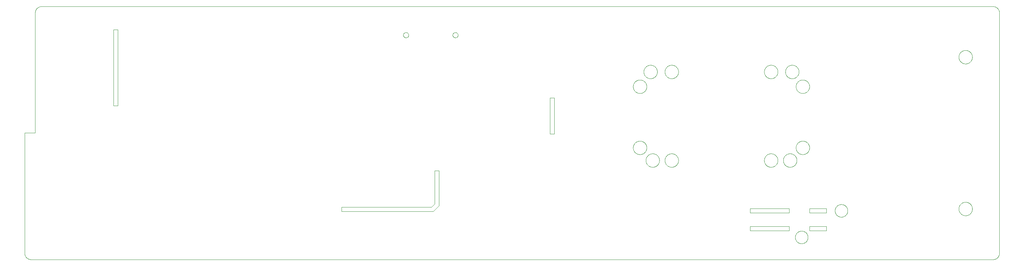
<source format=gko>
G75*
%MOIN*%
%OFA0B0*%
%FSLAX25Y25*%
%IPPOS*%
%LPD*%
%AMOC8*
5,1,8,0,0,1.08239X$1,22.5*
%
%ADD10C,0.00394*%
%ADD11C,0.00400*%
%ADD12C,0.00000*%
D10*
X0064605Y0060114D02*
X0960274Y0060114D01*
X0960426Y0060116D01*
X0960578Y0060122D01*
X0960730Y0060132D01*
X0960881Y0060145D01*
X0961032Y0060163D01*
X0961183Y0060184D01*
X0961333Y0060210D01*
X0961482Y0060239D01*
X0961631Y0060272D01*
X0961778Y0060309D01*
X0961925Y0060349D01*
X0962070Y0060394D01*
X0962214Y0060442D01*
X0962357Y0060494D01*
X0962499Y0060549D01*
X0962639Y0060608D01*
X0962778Y0060671D01*
X0962915Y0060737D01*
X0963050Y0060807D01*
X0963183Y0060880D01*
X0963314Y0060957D01*
X0963444Y0061037D01*
X0963571Y0061120D01*
X0963696Y0061206D01*
X0963819Y0061296D01*
X0963939Y0061389D01*
X0964057Y0061485D01*
X0964173Y0061584D01*
X0964286Y0061686D01*
X0964396Y0061790D01*
X0964504Y0061898D01*
X0964608Y0062008D01*
X0964710Y0062121D01*
X0964809Y0062237D01*
X0964905Y0062355D01*
X0964998Y0062475D01*
X0965088Y0062598D01*
X0965174Y0062723D01*
X0965257Y0062850D01*
X0965337Y0062980D01*
X0965414Y0063111D01*
X0965487Y0063244D01*
X0965557Y0063379D01*
X0965623Y0063516D01*
X0965686Y0063655D01*
X0965745Y0063795D01*
X0965800Y0063937D01*
X0965852Y0064080D01*
X0965900Y0064224D01*
X0965945Y0064369D01*
X0965985Y0064516D01*
X0966022Y0064663D01*
X0966055Y0064812D01*
X0966084Y0064961D01*
X0966110Y0065111D01*
X0966131Y0065262D01*
X0966149Y0065413D01*
X0966162Y0065564D01*
X0966172Y0065716D01*
X0966178Y0065868D01*
X0966180Y0066020D01*
X0966180Y0290429D01*
X0966178Y0290581D01*
X0966172Y0290733D01*
X0966162Y0290885D01*
X0966149Y0291036D01*
X0966131Y0291187D01*
X0966110Y0291338D01*
X0966084Y0291488D01*
X0966055Y0291637D01*
X0966022Y0291786D01*
X0965985Y0291933D01*
X0965945Y0292080D01*
X0965900Y0292225D01*
X0965852Y0292369D01*
X0965800Y0292512D01*
X0965745Y0292654D01*
X0965686Y0292794D01*
X0965623Y0292933D01*
X0965557Y0293070D01*
X0965487Y0293205D01*
X0965414Y0293338D01*
X0965337Y0293469D01*
X0965257Y0293599D01*
X0965174Y0293726D01*
X0965088Y0293851D01*
X0964998Y0293974D01*
X0964905Y0294094D01*
X0964809Y0294212D01*
X0964710Y0294328D01*
X0964608Y0294441D01*
X0964504Y0294551D01*
X0964396Y0294659D01*
X0964286Y0294763D01*
X0964173Y0294865D01*
X0964057Y0294964D01*
X0963939Y0295060D01*
X0963819Y0295153D01*
X0963696Y0295243D01*
X0963571Y0295329D01*
X0963444Y0295412D01*
X0963314Y0295492D01*
X0963183Y0295569D01*
X0963050Y0295642D01*
X0962915Y0295712D01*
X0962778Y0295778D01*
X0962639Y0295841D01*
X0962499Y0295900D01*
X0962357Y0295955D01*
X0962214Y0296007D01*
X0962070Y0296055D01*
X0961925Y0296100D01*
X0961778Y0296140D01*
X0961631Y0296177D01*
X0961482Y0296210D01*
X0961333Y0296239D01*
X0961183Y0296265D01*
X0961032Y0296286D01*
X0960881Y0296304D01*
X0960730Y0296317D01*
X0960578Y0296327D01*
X0960426Y0296333D01*
X0960274Y0296335D01*
X0074448Y0296335D01*
X0074296Y0296333D01*
X0074144Y0296327D01*
X0073992Y0296317D01*
X0073841Y0296304D01*
X0073690Y0296286D01*
X0073539Y0296265D01*
X0073389Y0296239D01*
X0073240Y0296210D01*
X0073091Y0296177D01*
X0072944Y0296140D01*
X0072797Y0296100D01*
X0072652Y0296055D01*
X0072508Y0296007D01*
X0072365Y0295955D01*
X0072223Y0295900D01*
X0072083Y0295841D01*
X0071944Y0295778D01*
X0071807Y0295712D01*
X0071672Y0295642D01*
X0071539Y0295569D01*
X0071408Y0295492D01*
X0071278Y0295412D01*
X0071151Y0295329D01*
X0071026Y0295243D01*
X0070903Y0295153D01*
X0070783Y0295060D01*
X0070665Y0294964D01*
X0070549Y0294865D01*
X0070436Y0294763D01*
X0070326Y0294659D01*
X0070218Y0294551D01*
X0070114Y0294441D01*
X0070012Y0294328D01*
X0069913Y0294212D01*
X0069817Y0294094D01*
X0069724Y0293974D01*
X0069634Y0293851D01*
X0069548Y0293726D01*
X0069465Y0293599D01*
X0069385Y0293469D01*
X0069308Y0293338D01*
X0069235Y0293205D01*
X0069165Y0293070D01*
X0069099Y0292933D01*
X0069036Y0292794D01*
X0068977Y0292654D01*
X0068922Y0292512D01*
X0068870Y0292369D01*
X0068822Y0292225D01*
X0068777Y0292080D01*
X0068737Y0291933D01*
X0068700Y0291786D01*
X0068667Y0291637D01*
X0068638Y0291488D01*
X0068612Y0291338D01*
X0068591Y0291187D01*
X0068573Y0291036D01*
X0068560Y0290885D01*
X0068550Y0290733D01*
X0068544Y0290581D01*
X0068542Y0290429D01*
X0068542Y0178224D01*
X0058699Y0178224D01*
X0058699Y0066020D01*
X0058701Y0065868D01*
X0058707Y0065716D01*
X0058717Y0065564D01*
X0058730Y0065413D01*
X0058748Y0065262D01*
X0058769Y0065111D01*
X0058795Y0064961D01*
X0058824Y0064812D01*
X0058857Y0064663D01*
X0058894Y0064516D01*
X0058934Y0064369D01*
X0058979Y0064224D01*
X0059027Y0064080D01*
X0059079Y0063937D01*
X0059134Y0063795D01*
X0059193Y0063655D01*
X0059256Y0063516D01*
X0059322Y0063379D01*
X0059392Y0063244D01*
X0059465Y0063111D01*
X0059542Y0062980D01*
X0059622Y0062850D01*
X0059705Y0062723D01*
X0059791Y0062598D01*
X0059881Y0062475D01*
X0059974Y0062355D01*
X0060070Y0062237D01*
X0060169Y0062121D01*
X0060271Y0062008D01*
X0060375Y0061898D01*
X0060483Y0061790D01*
X0060593Y0061686D01*
X0060706Y0061584D01*
X0060822Y0061485D01*
X0060940Y0061389D01*
X0061060Y0061296D01*
X0061183Y0061206D01*
X0061308Y0061120D01*
X0061435Y0061037D01*
X0061565Y0060957D01*
X0061696Y0060880D01*
X0061829Y0060807D01*
X0061964Y0060737D01*
X0062101Y0060671D01*
X0062240Y0060608D01*
X0062380Y0060549D01*
X0062522Y0060494D01*
X0062665Y0060442D01*
X0062809Y0060394D01*
X0062954Y0060349D01*
X0063101Y0060309D01*
X0063248Y0060272D01*
X0063397Y0060239D01*
X0063546Y0060210D01*
X0063696Y0060184D01*
X0063847Y0060163D01*
X0063998Y0060145D01*
X0064149Y0060132D01*
X0064301Y0060122D01*
X0064453Y0060116D01*
X0064605Y0060114D01*
X0141377Y0203815D02*
X0145314Y0203815D01*
X0145314Y0274681D01*
X0141377Y0274681D01*
X0141377Y0203815D01*
X0734089Y0107600D02*
X0734089Y0103663D01*
X0770310Y0103663D01*
X0770310Y0107600D01*
X0734089Y0107600D01*
X0734089Y0091065D02*
X0734089Y0087128D01*
X0770310Y0087128D01*
X0770310Y0091065D01*
X0734089Y0091065D01*
X0789325Y0091065D02*
X0789325Y0087128D01*
X0805073Y0087128D01*
X0805073Y0091065D01*
X0789325Y0091065D01*
X0789325Y0103663D02*
X0789325Y0107600D01*
X0805073Y0107600D01*
X0805073Y0103663D01*
X0789325Y0103663D01*
D11*
X0551699Y0177364D02*
X0547699Y0177364D01*
X0547699Y0211114D01*
X0551699Y0211114D01*
X0551699Y0177364D01*
X0444449Y0142864D02*
X0440449Y0142864D01*
X0440449Y0112114D01*
X0437449Y0109114D01*
X0353949Y0109114D01*
X0353949Y0105114D01*
X0439199Y0105114D01*
X0444449Y0110364D01*
X0444449Y0142864D01*
D12*
X0625235Y0164445D02*
X0625237Y0164603D01*
X0625243Y0164761D01*
X0625253Y0164919D01*
X0625267Y0165077D01*
X0625285Y0165234D01*
X0625306Y0165391D01*
X0625332Y0165547D01*
X0625362Y0165703D01*
X0625395Y0165858D01*
X0625433Y0166011D01*
X0625474Y0166164D01*
X0625519Y0166316D01*
X0625568Y0166467D01*
X0625621Y0166616D01*
X0625677Y0166764D01*
X0625737Y0166910D01*
X0625801Y0167055D01*
X0625869Y0167198D01*
X0625940Y0167340D01*
X0626014Y0167480D01*
X0626092Y0167617D01*
X0626174Y0167753D01*
X0626258Y0167887D01*
X0626347Y0168018D01*
X0626438Y0168147D01*
X0626533Y0168274D01*
X0626630Y0168399D01*
X0626731Y0168521D01*
X0626835Y0168640D01*
X0626942Y0168757D01*
X0627052Y0168871D01*
X0627165Y0168982D01*
X0627280Y0169091D01*
X0627398Y0169196D01*
X0627519Y0169298D01*
X0627642Y0169398D01*
X0627768Y0169494D01*
X0627896Y0169587D01*
X0628026Y0169677D01*
X0628159Y0169763D01*
X0628294Y0169847D01*
X0628430Y0169926D01*
X0628569Y0170003D01*
X0628710Y0170075D01*
X0628852Y0170145D01*
X0628996Y0170210D01*
X0629142Y0170272D01*
X0629289Y0170330D01*
X0629438Y0170385D01*
X0629588Y0170436D01*
X0629739Y0170483D01*
X0629891Y0170526D01*
X0630044Y0170565D01*
X0630199Y0170601D01*
X0630354Y0170632D01*
X0630510Y0170660D01*
X0630666Y0170684D01*
X0630823Y0170704D01*
X0630981Y0170720D01*
X0631138Y0170732D01*
X0631297Y0170740D01*
X0631455Y0170744D01*
X0631613Y0170744D01*
X0631771Y0170740D01*
X0631930Y0170732D01*
X0632087Y0170720D01*
X0632245Y0170704D01*
X0632402Y0170684D01*
X0632558Y0170660D01*
X0632714Y0170632D01*
X0632869Y0170601D01*
X0633024Y0170565D01*
X0633177Y0170526D01*
X0633329Y0170483D01*
X0633480Y0170436D01*
X0633630Y0170385D01*
X0633779Y0170330D01*
X0633926Y0170272D01*
X0634072Y0170210D01*
X0634216Y0170145D01*
X0634358Y0170075D01*
X0634499Y0170003D01*
X0634638Y0169926D01*
X0634774Y0169847D01*
X0634909Y0169763D01*
X0635042Y0169677D01*
X0635172Y0169587D01*
X0635300Y0169494D01*
X0635426Y0169398D01*
X0635549Y0169298D01*
X0635670Y0169196D01*
X0635788Y0169091D01*
X0635903Y0168982D01*
X0636016Y0168871D01*
X0636126Y0168757D01*
X0636233Y0168640D01*
X0636337Y0168521D01*
X0636438Y0168399D01*
X0636535Y0168274D01*
X0636630Y0168147D01*
X0636721Y0168018D01*
X0636810Y0167887D01*
X0636894Y0167753D01*
X0636976Y0167617D01*
X0637054Y0167480D01*
X0637128Y0167340D01*
X0637199Y0167198D01*
X0637267Y0167055D01*
X0637331Y0166910D01*
X0637391Y0166764D01*
X0637447Y0166616D01*
X0637500Y0166467D01*
X0637549Y0166316D01*
X0637594Y0166164D01*
X0637635Y0166011D01*
X0637673Y0165858D01*
X0637706Y0165703D01*
X0637736Y0165547D01*
X0637762Y0165391D01*
X0637783Y0165234D01*
X0637801Y0165077D01*
X0637815Y0164919D01*
X0637825Y0164761D01*
X0637831Y0164603D01*
X0637833Y0164445D01*
X0637831Y0164287D01*
X0637825Y0164129D01*
X0637815Y0163971D01*
X0637801Y0163813D01*
X0637783Y0163656D01*
X0637762Y0163499D01*
X0637736Y0163343D01*
X0637706Y0163187D01*
X0637673Y0163032D01*
X0637635Y0162879D01*
X0637594Y0162726D01*
X0637549Y0162574D01*
X0637500Y0162423D01*
X0637447Y0162274D01*
X0637391Y0162126D01*
X0637331Y0161980D01*
X0637267Y0161835D01*
X0637199Y0161692D01*
X0637128Y0161550D01*
X0637054Y0161410D01*
X0636976Y0161273D01*
X0636894Y0161137D01*
X0636810Y0161003D01*
X0636721Y0160872D01*
X0636630Y0160743D01*
X0636535Y0160616D01*
X0636438Y0160491D01*
X0636337Y0160369D01*
X0636233Y0160250D01*
X0636126Y0160133D01*
X0636016Y0160019D01*
X0635903Y0159908D01*
X0635788Y0159799D01*
X0635670Y0159694D01*
X0635549Y0159592D01*
X0635426Y0159492D01*
X0635300Y0159396D01*
X0635172Y0159303D01*
X0635042Y0159213D01*
X0634909Y0159127D01*
X0634774Y0159043D01*
X0634638Y0158964D01*
X0634499Y0158887D01*
X0634358Y0158815D01*
X0634216Y0158745D01*
X0634072Y0158680D01*
X0633926Y0158618D01*
X0633779Y0158560D01*
X0633630Y0158505D01*
X0633480Y0158454D01*
X0633329Y0158407D01*
X0633177Y0158364D01*
X0633024Y0158325D01*
X0632869Y0158289D01*
X0632714Y0158258D01*
X0632558Y0158230D01*
X0632402Y0158206D01*
X0632245Y0158186D01*
X0632087Y0158170D01*
X0631930Y0158158D01*
X0631771Y0158150D01*
X0631613Y0158146D01*
X0631455Y0158146D01*
X0631297Y0158150D01*
X0631138Y0158158D01*
X0630981Y0158170D01*
X0630823Y0158186D01*
X0630666Y0158206D01*
X0630510Y0158230D01*
X0630354Y0158258D01*
X0630199Y0158289D01*
X0630044Y0158325D01*
X0629891Y0158364D01*
X0629739Y0158407D01*
X0629588Y0158454D01*
X0629438Y0158505D01*
X0629289Y0158560D01*
X0629142Y0158618D01*
X0628996Y0158680D01*
X0628852Y0158745D01*
X0628710Y0158815D01*
X0628569Y0158887D01*
X0628430Y0158964D01*
X0628294Y0159043D01*
X0628159Y0159127D01*
X0628026Y0159213D01*
X0627896Y0159303D01*
X0627768Y0159396D01*
X0627642Y0159492D01*
X0627519Y0159592D01*
X0627398Y0159694D01*
X0627280Y0159799D01*
X0627165Y0159908D01*
X0627052Y0160019D01*
X0626942Y0160133D01*
X0626835Y0160250D01*
X0626731Y0160369D01*
X0626630Y0160491D01*
X0626533Y0160616D01*
X0626438Y0160743D01*
X0626347Y0160872D01*
X0626258Y0161003D01*
X0626174Y0161137D01*
X0626092Y0161273D01*
X0626014Y0161410D01*
X0625940Y0161550D01*
X0625869Y0161692D01*
X0625801Y0161835D01*
X0625737Y0161980D01*
X0625677Y0162126D01*
X0625621Y0162274D01*
X0625568Y0162423D01*
X0625519Y0162574D01*
X0625474Y0162726D01*
X0625433Y0162879D01*
X0625395Y0163032D01*
X0625362Y0163187D01*
X0625332Y0163343D01*
X0625306Y0163499D01*
X0625285Y0163656D01*
X0625267Y0163813D01*
X0625253Y0163971D01*
X0625243Y0164129D01*
X0625237Y0164287D01*
X0625235Y0164445D01*
X0637046Y0152634D02*
X0637048Y0152792D01*
X0637054Y0152950D01*
X0637064Y0153108D01*
X0637078Y0153266D01*
X0637096Y0153423D01*
X0637117Y0153580D01*
X0637143Y0153736D01*
X0637173Y0153892D01*
X0637206Y0154047D01*
X0637244Y0154200D01*
X0637285Y0154353D01*
X0637330Y0154505D01*
X0637379Y0154656D01*
X0637432Y0154805D01*
X0637488Y0154953D01*
X0637548Y0155099D01*
X0637612Y0155244D01*
X0637680Y0155387D01*
X0637751Y0155529D01*
X0637825Y0155669D01*
X0637903Y0155806D01*
X0637985Y0155942D01*
X0638069Y0156076D01*
X0638158Y0156207D01*
X0638249Y0156336D01*
X0638344Y0156463D01*
X0638441Y0156588D01*
X0638542Y0156710D01*
X0638646Y0156829D01*
X0638753Y0156946D01*
X0638863Y0157060D01*
X0638976Y0157171D01*
X0639091Y0157280D01*
X0639209Y0157385D01*
X0639330Y0157487D01*
X0639453Y0157587D01*
X0639579Y0157683D01*
X0639707Y0157776D01*
X0639837Y0157866D01*
X0639970Y0157952D01*
X0640105Y0158036D01*
X0640241Y0158115D01*
X0640380Y0158192D01*
X0640521Y0158264D01*
X0640663Y0158334D01*
X0640807Y0158399D01*
X0640953Y0158461D01*
X0641100Y0158519D01*
X0641249Y0158574D01*
X0641399Y0158625D01*
X0641550Y0158672D01*
X0641702Y0158715D01*
X0641855Y0158754D01*
X0642010Y0158790D01*
X0642165Y0158821D01*
X0642321Y0158849D01*
X0642477Y0158873D01*
X0642634Y0158893D01*
X0642792Y0158909D01*
X0642949Y0158921D01*
X0643108Y0158929D01*
X0643266Y0158933D01*
X0643424Y0158933D01*
X0643582Y0158929D01*
X0643741Y0158921D01*
X0643898Y0158909D01*
X0644056Y0158893D01*
X0644213Y0158873D01*
X0644369Y0158849D01*
X0644525Y0158821D01*
X0644680Y0158790D01*
X0644835Y0158754D01*
X0644988Y0158715D01*
X0645140Y0158672D01*
X0645291Y0158625D01*
X0645441Y0158574D01*
X0645590Y0158519D01*
X0645737Y0158461D01*
X0645883Y0158399D01*
X0646027Y0158334D01*
X0646169Y0158264D01*
X0646310Y0158192D01*
X0646449Y0158115D01*
X0646585Y0158036D01*
X0646720Y0157952D01*
X0646853Y0157866D01*
X0646983Y0157776D01*
X0647111Y0157683D01*
X0647237Y0157587D01*
X0647360Y0157487D01*
X0647481Y0157385D01*
X0647599Y0157280D01*
X0647714Y0157171D01*
X0647827Y0157060D01*
X0647937Y0156946D01*
X0648044Y0156829D01*
X0648148Y0156710D01*
X0648249Y0156588D01*
X0648346Y0156463D01*
X0648441Y0156336D01*
X0648532Y0156207D01*
X0648621Y0156076D01*
X0648705Y0155942D01*
X0648787Y0155806D01*
X0648865Y0155669D01*
X0648939Y0155529D01*
X0649010Y0155387D01*
X0649078Y0155244D01*
X0649142Y0155099D01*
X0649202Y0154953D01*
X0649258Y0154805D01*
X0649311Y0154656D01*
X0649360Y0154505D01*
X0649405Y0154353D01*
X0649446Y0154200D01*
X0649484Y0154047D01*
X0649517Y0153892D01*
X0649547Y0153736D01*
X0649573Y0153580D01*
X0649594Y0153423D01*
X0649612Y0153266D01*
X0649626Y0153108D01*
X0649636Y0152950D01*
X0649642Y0152792D01*
X0649644Y0152634D01*
X0649642Y0152476D01*
X0649636Y0152318D01*
X0649626Y0152160D01*
X0649612Y0152002D01*
X0649594Y0151845D01*
X0649573Y0151688D01*
X0649547Y0151532D01*
X0649517Y0151376D01*
X0649484Y0151221D01*
X0649446Y0151068D01*
X0649405Y0150915D01*
X0649360Y0150763D01*
X0649311Y0150612D01*
X0649258Y0150463D01*
X0649202Y0150315D01*
X0649142Y0150169D01*
X0649078Y0150024D01*
X0649010Y0149881D01*
X0648939Y0149739D01*
X0648865Y0149599D01*
X0648787Y0149462D01*
X0648705Y0149326D01*
X0648621Y0149192D01*
X0648532Y0149061D01*
X0648441Y0148932D01*
X0648346Y0148805D01*
X0648249Y0148680D01*
X0648148Y0148558D01*
X0648044Y0148439D01*
X0647937Y0148322D01*
X0647827Y0148208D01*
X0647714Y0148097D01*
X0647599Y0147988D01*
X0647481Y0147883D01*
X0647360Y0147781D01*
X0647237Y0147681D01*
X0647111Y0147585D01*
X0646983Y0147492D01*
X0646853Y0147402D01*
X0646720Y0147316D01*
X0646585Y0147232D01*
X0646449Y0147153D01*
X0646310Y0147076D01*
X0646169Y0147004D01*
X0646027Y0146934D01*
X0645883Y0146869D01*
X0645737Y0146807D01*
X0645590Y0146749D01*
X0645441Y0146694D01*
X0645291Y0146643D01*
X0645140Y0146596D01*
X0644988Y0146553D01*
X0644835Y0146514D01*
X0644680Y0146478D01*
X0644525Y0146447D01*
X0644369Y0146419D01*
X0644213Y0146395D01*
X0644056Y0146375D01*
X0643898Y0146359D01*
X0643741Y0146347D01*
X0643582Y0146339D01*
X0643424Y0146335D01*
X0643266Y0146335D01*
X0643108Y0146339D01*
X0642949Y0146347D01*
X0642792Y0146359D01*
X0642634Y0146375D01*
X0642477Y0146395D01*
X0642321Y0146419D01*
X0642165Y0146447D01*
X0642010Y0146478D01*
X0641855Y0146514D01*
X0641702Y0146553D01*
X0641550Y0146596D01*
X0641399Y0146643D01*
X0641249Y0146694D01*
X0641100Y0146749D01*
X0640953Y0146807D01*
X0640807Y0146869D01*
X0640663Y0146934D01*
X0640521Y0147004D01*
X0640380Y0147076D01*
X0640241Y0147153D01*
X0640105Y0147232D01*
X0639970Y0147316D01*
X0639837Y0147402D01*
X0639707Y0147492D01*
X0639579Y0147585D01*
X0639453Y0147681D01*
X0639330Y0147781D01*
X0639209Y0147883D01*
X0639091Y0147988D01*
X0638976Y0148097D01*
X0638863Y0148208D01*
X0638753Y0148322D01*
X0638646Y0148439D01*
X0638542Y0148558D01*
X0638441Y0148680D01*
X0638344Y0148805D01*
X0638249Y0148932D01*
X0638158Y0149061D01*
X0638069Y0149192D01*
X0637985Y0149326D01*
X0637903Y0149462D01*
X0637825Y0149599D01*
X0637751Y0149739D01*
X0637680Y0149881D01*
X0637612Y0150024D01*
X0637548Y0150169D01*
X0637488Y0150315D01*
X0637432Y0150463D01*
X0637379Y0150612D01*
X0637330Y0150763D01*
X0637285Y0150915D01*
X0637244Y0151068D01*
X0637206Y0151221D01*
X0637173Y0151376D01*
X0637143Y0151532D01*
X0637117Y0151688D01*
X0637096Y0151845D01*
X0637078Y0152002D01*
X0637064Y0152160D01*
X0637054Y0152318D01*
X0637048Y0152476D01*
X0637046Y0152634D01*
X0654763Y0152634D02*
X0654765Y0152792D01*
X0654771Y0152950D01*
X0654781Y0153108D01*
X0654795Y0153266D01*
X0654813Y0153423D01*
X0654834Y0153580D01*
X0654860Y0153736D01*
X0654890Y0153892D01*
X0654923Y0154047D01*
X0654961Y0154200D01*
X0655002Y0154353D01*
X0655047Y0154505D01*
X0655096Y0154656D01*
X0655149Y0154805D01*
X0655205Y0154953D01*
X0655265Y0155099D01*
X0655329Y0155244D01*
X0655397Y0155387D01*
X0655468Y0155529D01*
X0655542Y0155669D01*
X0655620Y0155806D01*
X0655702Y0155942D01*
X0655786Y0156076D01*
X0655875Y0156207D01*
X0655966Y0156336D01*
X0656061Y0156463D01*
X0656158Y0156588D01*
X0656259Y0156710D01*
X0656363Y0156829D01*
X0656470Y0156946D01*
X0656580Y0157060D01*
X0656693Y0157171D01*
X0656808Y0157280D01*
X0656926Y0157385D01*
X0657047Y0157487D01*
X0657170Y0157587D01*
X0657296Y0157683D01*
X0657424Y0157776D01*
X0657554Y0157866D01*
X0657687Y0157952D01*
X0657822Y0158036D01*
X0657958Y0158115D01*
X0658097Y0158192D01*
X0658238Y0158264D01*
X0658380Y0158334D01*
X0658524Y0158399D01*
X0658670Y0158461D01*
X0658817Y0158519D01*
X0658966Y0158574D01*
X0659116Y0158625D01*
X0659267Y0158672D01*
X0659419Y0158715D01*
X0659572Y0158754D01*
X0659727Y0158790D01*
X0659882Y0158821D01*
X0660038Y0158849D01*
X0660194Y0158873D01*
X0660351Y0158893D01*
X0660509Y0158909D01*
X0660666Y0158921D01*
X0660825Y0158929D01*
X0660983Y0158933D01*
X0661141Y0158933D01*
X0661299Y0158929D01*
X0661458Y0158921D01*
X0661615Y0158909D01*
X0661773Y0158893D01*
X0661930Y0158873D01*
X0662086Y0158849D01*
X0662242Y0158821D01*
X0662397Y0158790D01*
X0662552Y0158754D01*
X0662705Y0158715D01*
X0662857Y0158672D01*
X0663008Y0158625D01*
X0663158Y0158574D01*
X0663307Y0158519D01*
X0663454Y0158461D01*
X0663600Y0158399D01*
X0663744Y0158334D01*
X0663886Y0158264D01*
X0664027Y0158192D01*
X0664166Y0158115D01*
X0664302Y0158036D01*
X0664437Y0157952D01*
X0664570Y0157866D01*
X0664700Y0157776D01*
X0664828Y0157683D01*
X0664954Y0157587D01*
X0665077Y0157487D01*
X0665198Y0157385D01*
X0665316Y0157280D01*
X0665431Y0157171D01*
X0665544Y0157060D01*
X0665654Y0156946D01*
X0665761Y0156829D01*
X0665865Y0156710D01*
X0665966Y0156588D01*
X0666063Y0156463D01*
X0666158Y0156336D01*
X0666249Y0156207D01*
X0666338Y0156076D01*
X0666422Y0155942D01*
X0666504Y0155806D01*
X0666582Y0155669D01*
X0666656Y0155529D01*
X0666727Y0155387D01*
X0666795Y0155244D01*
X0666859Y0155099D01*
X0666919Y0154953D01*
X0666975Y0154805D01*
X0667028Y0154656D01*
X0667077Y0154505D01*
X0667122Y0154353D01*
X0667163Y0154200D01*
X0667201Y0154047D01*
X0667234Y0153892D01*
X0667264Y0153736D01*
X0667290Y0153580D01*
X0667311Y0153423D01*
X0667329Y0153266D01*
X0667343Y0153108D01*
X0667353Y0152950D01*
X0667359Y0152792D01*
X0667361Y0152634D01*
X0667359Y0152476D01*
X0667353Y0152318D01*
X0667343Y0152160D01*
X0667329Y0152002D01*
X0667311Y0151845D01*
X0667290Y0151688D01*
X0667264Y0151532D01*
X0667234Y0151376D01*
X0667201Y0151221D01*
X0667163Y0151068D01*
X0667122Y0150915D01*
X0667077Y0150763D01*
X0667028Y0150612D01*
X0666975Y0150463D01*
X0666919Y0150315D01*
X0666859Y0150169D01*
X0666795Y0150024D01*
X0666727Y0149881D01*
X0666656Y0149739D01*
X0666582Y0149599D01*
X0666504Y0149462D01*
X0666422Y0149326D01*
X0666338Y0149192D01*
X0666249Y0149061D01*
X0666158Y0148932D01*
X0666063Y0148805D01*
X0665966Y0148680D01*
X0665865Y0148558D01*
X0665761Y0148439D01*
X0665654Y0148322D01*
X0665544Y0148208D01*
X0665431Y0148097D01*
X0665316Y0147988D01*
X0665198Y0147883D01*
X0665077Y0147781D01*
X0664954Y0147681D01*
X0664828Y0147585D01*
X0664700Y0147492D01*
X0664570Y0147402D01*
X0664437Y0147316D01*
X0664302Y0147232D01*
X0664166Y0147153D01*
X0664027Y0147076D01*
X0663886Y0147004D01*
X0663744Y0146934D01*
X0663600Y0146869D01*
X0663454Y0146807D01*
X0663307Y0146749D01*
X0663158Y0146694D01*
X0663008Y0146643D01*
X0662857Y0146596D01*
X0662705Y0146553D01*
X0662552Y0146514D01*
X0662397Y0146478D01*
X0662242Y0146447D01*
X0662086Y0146419D01*
X0661930Y0146395D01*
X0661773Y0146375D01*
X0661615Y0146359D01*
X0661458Y0146347D01*
X0661299Y0146339D01*
X0661141Y0146335D01*
X0660983Y0146335D01*
X0660825Y0146339D01*
X0660666Y0146347D01*
X0660509Y0146359D01*
X0660351Y0146375D01*
X0660194Y0146395D01*
X0660038Y0146419D01*
X0659882Y0146447D01*
X0659727Y0146478D01*
X0659572Y0146514D01*
X0659419Y0146553D01*
X0659267Y0146596D01*
X0659116Y0146643D01*
X0658966Y0146694D01*
X0658817Y0146749D01*
X0658670Y0146807D01*
X0658524Y0146869D01*
X0658380Y0146934D01*
X0658238Y0147004D01*
X0658097Y0147076D01*
X0657958Y0147153D01*
X0657822Y0147232D01*
X0657687Y0147316D01*
X0657554Y0147402D01*
X0657424Y0147492D01*
X0657296Y0147585D01*
X0657170Y0147681D01*
X0657047Y0147781D01*
X0656926Y0147883D01*
X0656808Y0147988D01*
X0656693Y0148097D01*
X0656580Y0148208D01*
X0656470Y0148322D01*
X0656363Y0148439D01*
X0656259Y0148558D01*
X0656158Y0148680D01*
X0656061Y0148805D01*
X0655966Y0148932D01*
X0655875Y0149061D01*
X0655786Y0149192D01*
X0655702Y0149326D01*
X0655620Y0149462D01*
X0655542Y0149599D01*
X0655468Y0149739D01*
X0655397Y0149881D01*
X0655329Y0150024D01*
X0655265Y0150169D01*
X0655205Y0150315D01*
X0655149Y0150463D01*
X0655096Y0150612D01*
X0655047Y0150763D01*
X0655002Y0150915D01*
X0654961Y0151068D01*
X0654923Y0151221D01*
X0654890Y0151376D01*
X0654860Y0151532D01*
X0654834Y0151688D01*
X0654813Y0151845D01*
X0654795Y0152002D01*
X0654781Y0152160D01*
X0654771Y0152318D01*
X0654765Y0152476D01*
X0654763Y0152634D01*
X0747282Y0152634D02*
X0747284Y0152792D01*
X0747290Y0152950D01*
X0747300Y0153108D01*
X0747314Y0153266D01*
X0747332Y0153423D01*
X0747353Y0153580D01*
X0747379Y0153736D01*
X0747409Y0153892D01*
X0747442Y0154047D01*
X0747480Y0154200D01*
X0747521Y0154353D01*
X0747566Y0154505D01*
X0747615Y0154656D01*
X0747668Y0154805D01*
X0747724Y0154953D01*
X0747784Y0155099D01*
X0747848Y0155244D01*
X0747916Y0155387D01*
X0747987Y0155529D01*
X0748061Y0155669D01*
X0748139Y0155806D01*
X0748221Y0155942D01*
X0748305Y0156076D01*
X0748394Y0156207D01*
X0748485Y0156336D01*
X0748580Y0156463D01*
X0748677Y0156588D01*
X0748778Y0156710D01*
X0748882Y0156829D01*
X0748989Y0156946D01*
X0749099Y0157060D01*
X0749212Y0157171D01*
X0749327Y0157280D01*
X0749445Y0157385D01*
X0749566Y0157487D01*
X0749689Y0157587D01*
X0749815Y0157683D01*
X0749943Y0157776D01*
X0750073Y0157866D01*
X0750206Y0157952D01*
X0750341Y0158036D01*
X0750477Y0158115D01*
X0750616Y0158192D01*
X0750757Y0158264D01*
X0750899Y0158334D01*
X0751043Y0158399D01*
X0751189Y0158461D01*
X0751336Y0158519D01*
X0751485Y0158574D01*
X0751635Y0158625D01*
X0751786Y0158672D01*
X0751938Y0158715D01*
X0752091Y0158754D01*
X0752246Y0158790D01*
X0752401Y0158821D01*
X0752557Y0158849D01*
X0752713Y0158873D01*
X0752870Y0158893D01*
X0753028Y0158909D01*
X0753185Y0158921D01*
X0753344Y0158929D01*
X0753502Y0158933D01*
X0753660Y0158933D01*
X0753818Y0158929D01*
X0753977Y0158921D01*
X0754134Y0158909D01*
X0754292Y0158893D01*
X0754449Y0158873D01*
X0754605Y0158849D01*
X0754761Y0158821D01*
X0754916Y0158790D01*
X0755071Y0158754D01*
X0755224Y0158715D01*
X0755376Y0158672D01*
X0755527Y0158625D01*
X0755677Y0158574D01*
X0755826Y0158519D01*
X0755973Y0158461D01*
X0756119Y0158399D01*
X0756263Y0158334D01*
X0756405Y0158264D01*
X0756546Y0158192D01*
X0756685Y0158115D01*
X0756821Y0158036D01*
X0756956Y0157952D01*
X0757089Y0157866D01*
X0757219Y0157776D01*
X0757347Y0157683D01*
X0757473Y0157587D01*
X0757596Y0157487D01*
X0757717Y0157385D01*
X0757835Y0157280D01*
X0757950Y0157171D01*
X0758063Y0157060D01*
X0758173Y0156946D01*
X0758280Y0156829D01*
X0758384Y0156710D01*
X0758485Y0156588D01*
X0758582Y0156463D01*
X0758677Y0156336D01*
X0758768Y0156207D01*
X0758857Y0156076D01*
X0758941Y0155942D01*
X0759023Y0155806D01*
X0759101Y0155669D01*
X0759175Y0155529D01*
X0759246Y0155387D01*
X0759314Y0155244D01*
X0759378Y0155099D01*
X0759438Y0154953D01*
X0759494Y0154805D01*
X0759547Y0154656D01*
X0759596Y0154505D01*
X0759641Y0154353D01*
X0759682Y0154200D01*
X0759720Y0154047D01*
X0759753Y0153892D01*
X0759783Y0153736D01*
X0759809Y0153580D01*
X0759830Y0153423D01*
X0759848Y0153266D01*
X0759862Y0153108D01*
X0759872Y0152950D01*
X0759878Y0152792D01*
X0759880Y0152634D01*
X0759878Y0152476D01*
X0759872Y0152318D01*
X0759862Y0152160D01*
X0759848Y0152002D01*
X0759830Y0151845D01*
X0759809Y0151688D01*
X0759783Y0151532D01*
X0759753Y0151376D01*
X0759720Y0151221D01*
X0759682Y0151068D01*
X0759641Y0150915D01*
X0759596Y0150763D01*
X0759547Y0150612D01*
X0759494Y0150463D01*
X0759438Y0150315D01*
X0759378Y0150169D01*
X0759314Y0150024D01*
X0759246Y0149881D01*
X0759175Y0149739D01*
X0759101Y0149599D01*
X0759023Y0149462D01*
X0758941Y0149326D01*
X0758857Y0149192D01*
X0758768Y0149061D01*
X0758677Y0148932D01*
X0758582Y0148805D01*
X0758485Y0148680D01*
X0758384Y0148558D01*
X0758280Y0148439D01*
X0758173Y0148322D01*
X0758063Y0148208D01*
X0757950Y0148097D01*
X0757835Y0147988D01*
X0757717Y0147883D01*
X0757596Y0147781D01*
X0757473Y0147681D01*
X0757347Y0147585D01*
X0757219Y0147492D01*
X0757089Y0147402D01*
X0756956Y0147316D01*
X0756821Y0147232D01*
X0756685Y0147153D01*
X0756546Y0147076D01*
X0756405Y0147004D01*
X0756263Y0146934D01*
X0756119Y0146869D01*
X0755973Y0146807D01*
X0755826Y0146749D01*
X0755677Y0146694D01*
X0755527Y0146643D01*
X0755376Y0146596D01*
X0755224Y0146553D01*
X0755071Y0146514D01*
X0754916Y0146478D01*
X0754761Y0146447D01*
X0754605Y0146419D01*
X0754449Y0146395D01*
X0754292Y0146375D01*
X0754134Y0146359D01*
X0753977Y0146347D01*
X0753818Y0146339D01*
X0753660Y0146335D01*
X0753502Y0146335D01*
X0753344Y0146339D01*
X0753185Y0146347D01*
X0753028Y0146359D01*
X0752870Y0146375D01*
X0752713Y0146395D01*
X0752557Y0146419D01*
X0752401Y0146447D01*
X0752246Y0146478D01*
X0752091Y0146514D01*
X0751938Y0146553D01*
X0751786Y0146596D01*
X0751635Y0146643D01*
X0751485Y0146694D01*
X0751336Y0146749D01*
X0751189Y0146807D01*
X0751043Y0146869D01*
X0750899Y0146934D01*
X0750757Y0147004D01*
X0750616Y0147076D01*
X0750477Y0147153D01*
X0750341Y0147232D01*
X0750206Y0147316D01*
X0750073Y0147402D01*
X0749943Y0147492D01*
X0749815Y0147585D01*
X0749689Y0147681D01*
X0749566Y0147781D01*
X0749445Y0147883D01*
X0749327Y0147988D01*
X0749212Y0148097D01*
X0749099Y0148208D01*
X0748989Y0148322D01*
X0748882Y0148439D01*
X0748778Y0148558D01*
X0748677Y0148680D01*
X0748580Y0148805D01*
X0748485Y0148932D01*
X0748394Y0149061D01*
X0748305Y0149192D01*
X0748221Y0149326D01*
X0748139Y0149462D01*
X0748061Y0149599D01*
X0747987Y0149739D01*
X0747916Y0149881D01*
X0747848Y0150024D01*
X0747784Y0150169D01*
X0747724Y0150315D01*
X0747668Y0150463D01*
X0747615Y0150612D01*
X0747566Y0150763D01*
X0747521Y0150915D01*
X0747480Y0151068D01*
X0747442Y0151221D01*
X0747409Y0151376D01*
X0747379Y0151532D01*
X0747353Y0151688D01*
X0747332Y0151845D01*
X0747314Y0152002D01*
X0747300Y0152160D01*
X0747290Y0152318D01*
X0747284Y0152476D01*
X0747282Y0152634D01*
X0764999Y0152634D02*
X0765001Y0152792D01*
X0765007Y0152950D01*
X0765017Y0153108D01*
X0765031Y0153266D01*
X0765049Y0153423D01*
X0765070Y0153580D01*
X0765096Y0153736D01*
X0765126Y0153892D01*
X0765159Y0154047D01*
X0765197Y0154200D01*
X0765238Y0154353D01*
X0765283Y0154505D01*
X0765332Y0154656D01*
X0765385Y0154805D01*
X0765441Y0154953D01*
X0765501Y0155099D01*
X0765565Y0155244D01*
X0765633Y0155387D01*
X0765704Y0155529D01*
X0765778Y0155669D01*
X0765856Y0155806D01*
X0765938Y0155942D01*
X0766022Y0156076D01*
X0766111Y0156207D01*
X0766202Y0156336D01*
X0766297Y0156463D01*
X0766394Y0156588D01*
X0766495Y0156710D01*
X0766599Y0156829D01*
X0766706Y0156946D01*
X0766816Y0157060D01*
X0766929Y0157171D01*
X0767044Y0157280D01*
X0767162Y0157385D01*
X0767283Y0157487D01*
X0767406Y0157587D01*
X0767532Y0157683D01*
X0767660Y0157776D01*
X0767790Y0157866D01*
X0767923Y0157952D01*
X0768058Y0158036D01*
X0768194Y0158115D01*
X0768333Y0158192D01*
X0768474Y0158264D01*
X0768616Y0158334D01*
X0768760Y0158399D01*
X0768906Y0158461D01*
X0769053Y0158519D01*
X0769202Y0158574D01*
X0769352Y0158625D01*
X0769503Y0158672D01*
X0769655Y0158715D01*
X0769808Y0158754D01*
X0769963Y0158790D01*
X0770118Y0158821D01*
X0770274Y0158849D01*
X0770430Y0158873D01*
X0770587Y0158893D01*
X0770745Y0158909D01*
X0770902Y0158921D01*
X0771061Y0158929D01*
X0771219Y0158933D01*
X0771377Y0158933D01*
X0771535Y0158929D01*
X0771694Y0158921D01*
X0771851Y0158909D01*
X0772009Y0158893D01*
X0772166Y0158873D01*
X0772322Y0158849D01*
X0772478Y0158821D01*
X0772633Y0158790D01*
X0772788Y0158754D01*
X0772941Y0158715D01*
X0773093Y0158672D01*
X0773244Y0158625D01*
X0773394Y0158574D01*
X0773543Y0158519D01*
X0773690Y0158461D01*
X0773836Y0158399D01*
X0773980Y0158334D01*
X0774122Y0158264D01*
X0774263Y0158192D01*
X0774402Y0158115D01*
X0774538Y0158036D01*
X0774673Y0157952D01*
X0774806Y0157866D01*
X0774936Y0157776D01*
X0775064Y0157683D01*
X0775190Y0157587D01*
X0775313Y0157487D01*
X0775434Y0157385D01*
X0775552Y0157280D01*
X0775667Y0157171D01*
X0775780Y0157060D01*
X0775890Y0156946D01*
X0775997Y0156829D01*
X0776101Y0156710D01*
X0776202Y0156588D01*
X0776299Y0156463D01*
X0776394Y0156336D01*
X0776485Y0156207D01*
X0776574Y0156076D01*
X0776658Y0155942D01*
X0776740Y0155806D01*
X0776818Y0155669D01*
X0776892Y0155529D01*
X0776963Y0155387D01*
X0777031Y0155244D01*
X0777095Y0155099D01*
X0777155Y0154953D01*
X0777211Y0154805D01*
X0777264Y0154656D01*
X0777313Y0154505D01*
X0777358Y0154353D01*
X0777399Y0154200D01*
X0777437Y0154047D01*
X0777470Y0153892D01*
X0777500Y0153736D01*
X0777526Y0153580D01*
X0777547Y0153423D01*
X0777565Y0153266D01*
X0777579Y0153108D01*
X0777589Y0152950D01*
X0777595Y0152792D01*
X0777597Y0152634D01*
X0777595Y0152476D01*
X0777589Y0152318D01*
X0777579Y0152160D01*
X0777565Y0152002D01*
X0777547Y0151845D01*
X0777526Y0151688D01*
X0777500Y0151532D01*
X0777470Y0151376D01*
X0777437Y0151221D01*
X0777399Y0151068D01*
X0777358Y0150915D01*
X0777313Y0150763D01*
X0777264Y0150612D01*
X0777211Y0150463D01*
X0777155Y0150315D01*
X0777095Y0150169D01*
X0777031Y0150024D01*
X0776963Y0149881D01*
X0776892Y0149739D01*
X0776818Y0149599D01*
X0776740Y0149462D01*
X0776658Y0149326D01*
X0776574Y0149192D01*
X0776485Y0149061D01*
X0776394Y0148932D01*
X0776299Y0148805D01*
X0776202Y0148680D01*
X0776101Y0148558D01*
X0775997Y0148439D01*
X0775890Y0148322D01*
X0775780Y0148208D01*
X0775667Y0148097D01*
X0775552Y0147988D01*
X0775434Y0147883D01*
X0775313Y0147781D01*
X0775190Y0147681D01*
X0775064Y0147585D01*
X0774936Y0147492D01*
X0774806Y0147402D01*
X0774673Y0147316D01*
X0774538Y0147232D01*
X0774402Y0147153D01*
X0774263Y0147076D01*
X0774122Y0147004D01*
X0773980Y0146934D01*
X0773836Y0146869D01*
X0773690Y0146807D01*
X0773543Y0146749D01*
X0773394Y0146694D01*
X0773244Y0146643D01*
X0773093Y0146596D01*
X0772941Y0146553D01*
X0772788Y0146514D01*
X0772633Y0146478D01*
X0772478Y0146447D01*
X0772322Y0146419D01*
X0772166Y0146395D01*
X0772009Y0146375D01*
X0771851Y0146359D01*
X0771694Y0146347D01*
X0771535Y0146339D01*
X0771377Y0146335D01*
X0771219Y0146335D01*
X0771061Y0146339D01*
X0770902Y0146347D01*
X0770745Y0146359D01*
X0770587Y0146375D01*
X0770430Y0146395D01*
X0770274Y0146419D01*
X0770118Y0146447D01*
X0769963Y0146478D01*
X0769808Y0146514D01*
X0769655Y0146553D01*
X0769503Y0146596D01*
X0769352Y0146643D01*
X0769202Y0146694D01*
X0769053Y0146749D01*
X0768906Y0146807D01*
X0768760Y0146869D01*
X0768616Y0146934D01*
X0768474Y0147004D01*
X0768333Y0147076D01*
X0768194Y0147153D01*
X0768058Y0147232D01*
X0767923Y0147316D01*
X0767790Y0147402D01*
X0767660Y0147492D01*
X0767532Y0147585D01*
X0767406Y0147681D01*
X0767283Y0147781D01*
X0767162Y0147883D01*
X0767044Y0147988D01*
X0766929Y0148097D01*
X0766816Y0148208D01*
X0766706Y0148322D01*
X0766599Y0148439D01*
X0766495Y0148558D01*
X0766394Y0148680D01*
X0766297Y0148805D01*
X0766202Y0148932D01*
X0766111Y0149061D01*
X0766022Y0149192D01*
X0765938Y0149326D01*
X0765856Y0149462D01*
X0765778Y0149599D01*
X0765704Y0149739D01*
X0765633Y0149881D01*
X0765565Y0150024D01*
X0765501Y0150169D01*
X0765441Y0150315D01*
X0765385Y0150463D01*
X0765332Y0150612D01*
X0765283Y0150763D01*
X0765238Y0150915D01*
X0765197Y0151068D01*
X0765159Y0151221D01*
X0765126Y0151376D01*
X0765096Y0151532D01*
X0765070Y0151688D01*
X0765049Y0151845D01*
X0765031Y0152002D01*
X0765017Y0152160D01*
X0765007Y0152318D01*
X0765001Y0152476D01*
X0764999Y0152634D01*
X0776810Y0164445D02*
X0776812Y0164603D01*
X0776818Y0164761D01*
X0776828Y0164919D01*
X0776842Y0165077D01*
X0776860Y0165234D01*
X0776881Y0165391D01*
X0776907Y0165547D01*
X0776937Y0165703D01*
X0776970Y0165858D01*
X0777008Y0166011D01*
X0777049Y0166164D01*
X0777094Y0166316D01*
X0777143Y0166467D01*
X0777196Y0166616D01*
X0777252Y0166764D01*
X0777312Y0166910D01*
X0777376Y0167055D01*
X0777444Y0167198D01*
X0777515Y0167340D01*
X0777589Y0167480D01*
X0777667Y0167617D01*
X0777749Y0167753D01*
X0777833Y0167887D01*
X0777922Y0168018D01*
X0778013Y0168147D01*
X0778108Y0168274D01*
X0778205Y0168399D01*
X0778306Y0168521D01*
X0778410Y0168640D01*
X0778517Y0168757D01*
X0778627Y0168871D01*
X0778740Y0168982D01*
X0778855Y0169091D01*
X0778973Y0169196D01*
X0779094Y0169298D01*
X0779217Y0169398D01*
X0779343Y0169494D01*
X0779471Y0169587D01*
X0779601Y0169677D01*
X0779734Y0169763D01*
X0779869Y0169847D01*
X0780005Y0169926D01*
X0780144Y0170003D01*
X0780285Y0170075D01*
X0780427Y0170145D01*
X0780571Y0170210D01*
X0780717Y0170272D01*
X0780864Y0170330D01*
X0781013Y0170385D01*
X0781163Y0170436D01*
X0781314Y0170483D01*
X0781466Y0170526D01*
X0781619Y0170565D01*
X0781774Y0170601D01*
X0781929Y0170632D01*
X0782085Y0170660D01*
X0782241Y0170684D01*
X0782398Y0170704D01*
X0782556Y0170720D01*
X0782713Y0170732D01*
X0782872Y0170740D01*
X0783030Y0170744D01*
X0783188Y0170744D01*
X0783346Y0170740D01*
X0783505Y0170732D01*
X0783662Y0170720D01*
X0783820Y0170704D01*
X0783977Y0170684D01*
X0784133Y0170660D01*
X0784289Y0170632D01*
X0784444Y0170601D01*
X0784599Y0170565D01*
X0784752Y0170526D01*
X0784904Y0170483D01*
X0785055Y0170436D01*
X0785205Y0170385D01*
X0785354Y0170330D01*
X0785501Y0170272D01*
X0785647Y0170210D01*
X0785791Y0170145D01*
X0785933Y0170075D01*
X0786074Y0170003D01*
X0786213Y0169926D01*
X0786349Y0169847D01*
X0786484Y0169763D01*
X0786617Y0169677D01*
X0786747Y0169587D01*
X0786875Y0169494D01*
X0787001Y0169398D01*
X0787124Y0169298D01*
X0787245Y0169196D01*
X0787363Y0169091D01*
X0787478Y0168982D01*
X0787591Y0168871D01*
X0787701Y0168757D01*
X0787808Y0168640D01*
X0787912Y0168521D01*
X0788013Y0168399D01*
X0788110Y0168274D01*
X0788205Y0168147D01*
X0788296Y0168018D01*
X0788385Y0167887D01*
X0788469Y0167753D01*
X0788551Y0167617D01*
X0788629Y0167480D01*
X0788703Y0167340D01*
X0788774Y0167198D01*
X0788842Y0167055D01*
X0788906Y0166910D01*
X0788966Y0166764D01*
X0789022Y0166616D01*
X0789075Y0166467D01*
X0789124Y0166316D01*
X0789169Y0166164D01*
X0789210Y0166011D01*
X0789248Y0165858D01*
X0789281Y0165703D01*
X0789311Y0165547D01*
X0789337Y0165391D01*
X0789358Y0165234D01*
X0789376Y0165077D01*
X0789390Y0164919D01*
X0789400Y0164761D01*
X0789406Y0164603D01*
X0789408Y0164445D01*
X0789406Y0164287D01*
X0789400Y0164129D01*
X0789390Y0163971D01*
X0789376Y0163813D01*
X0789358Y0163656D01*
X0789337Y0163499D01*
X0789311Y0163343D01*
X0789281Y0163187D01*
X0789248Y0163032D01*
X0789210Y0162879D01*
X0789169Y0162726D01*
X0789124Y0162574D01*
X0789075Y0162423D01*
X0789022Y0162274D01*
X0788966Y0162126D01*
X0788906Y0161980D01*
X0788842Y0161835D01*
X0788774Y0161692D01*
X0788703Y0161550D01*
X0788629Y0161410D01*
X0788551Y0161273D01*
X0788469Y0161137D01*
X0788385Y0161003D01*
X0788296Y0160872D01*
X0788205Y0160743D01*
X0788110Y0160616D01*
X0788013Y0160491D01*
X0787912Y0160369D01*
X0787808Y0160250D01*
X0787701Y0160133D01*
X0787591Y0160019D01*
X0787478Y0159908D01*
X0787363Y0159799D01*
X0787245Y0159694D01*
X0787124Y0159592D01*
X0787001Y0159492D01*
X0786875Y0159396D01*
X0786747Y0159303D01*
X0786617Y0159213D01*
X0786484Y0159127D01*
X0786349Y0159043D01*
X0786213Y0158964D01*
X0786074Y0158887D01*
X0785933Y0158815D01*
X0785791Y0158745D01*
X0785647Y0158680D01*
X0785501Y0158618D01*
X0785354Y0158560D01*
X0785205Y0158505D01*
X0785055Y0158454D01*
X0784904Y0158407D01*
X0784752Y0158364D01*
X0784599Y0158325D01*
X0784444Y0158289D01*
X0784289Y0158258D01*
X0784133Y0158230D01*
X0783977Y0158206D01*
X0783820Y0158186D01*
X0783662Y0158170D01*
X0783505Y0158158D01*
X0783346Y0158150D01*
X0783188Y0158146D01*
X0783030Y0158146D01*
X0782872Y0158150D01*
X0782713Y0158158D01*
X0782556Y0158170D01*
X0782398Y0158186D01*
X0782241Y0158206D01*
X0782085Y0158230D01*
X0781929Y0158258D01*
X0781774Y0158289D01*
X0781619Y0158325D01*
X0781466Y0158364D01*
X0781314Y0158407D01*
X0781163Y0158454D01*
X0781013Y0158505D01*
X0780864Y0158560D01*
X0780717Y0158618D01*
X0780571Y0158680D01*
X0780427Y0158745D01*
X0780285Y0158815D01*
X0780144Y0158887D01*
X0780005Y0158964D01*
X0779869Y0159043D01*
X0779734Y0159127D01*
X0779601Y0159213D01*
X0779471Y0159303D01*
X0779343Y0159396D01*
X0779217Y0159492D01*
X0779094Y0159592D01*
X0778973Y0159694D01*
X0778855Y0159799D01*
X0778740Y0159908D01*
X0778627Y0160019D01*
X0778517Y0160133D01*
X0778410Y0160250D01*
X0778306Y0160369D01*
X0778205Y0160491D01*
X0778108Y0160616D01*
X0778013Y0160743D01*
X0777922Y0160872D01*
X0777833Y0161003D01*
X0777749Y0161137D01*
X0777667Y0161273D01*
X0777589Y0161410D01*
X0777515Y0161550D01*
X0777444Y0161692D01*
X0777376Y0161835D01*
X0777312Y0161980D01*
X0777252Y0162126D01*
X0777196Y0162274D01*
X0777143Y0162423D01*
X0777094Y0162574D01*
X0777049Y0162726D01*
X0777008Y0162879D01*
X0776970Y0163032D01*
X0776937Y0163187D01*
X0776907Y0163343D01*
X0776881Y0163499D01*
X0776860Y0163656D01*
X0776842Y0163813D01*
X0776828Y0163971D01*
X0776818Y0164129D01*
X0776812Y0164287D01*
X0776810Y0164445D01*
X0776810Y0221531D02*
X0776812Y0221689D01*
X0776818Y0221847D01*
X0776828Y0222005D01*
X0776842Y0222163D01*
X0776860Y0222320D01*
X0776881Y0222477D01*
X0776907Y0222633D01*
X0776937Y0222789D01*
X0776970Y0222944D01*
X0777008Y0223097D01*
X0777049Y0223250D01*
X0777094Y0223402D01*
X0777143Y0223553D01*
X0777196Y0223702D01*
X0777252Y0223850D01*
X0777312Y0223996D01*
X0777376Y0224141D01*
X0777444Y0224284D01*
X0777515Y0224426D01*
X0777589Y0224566D01*
X0777667Y0224703D01*
X0777749Y0224839D01*
X0777833Y0224973D01*
X0777922Y0225104D01*
X0778013Y0225233D01*
X0778108Y0225360D01*
X0778205Y0225485D01*
X0778306Y0225607D01*
X0778410Y0225726D01*
X0778517Y0225843D01*
X0778627Y0225957D01*
X0778740Y0226068D01*
X0778855Y0226177D01*
X0778973Y0226282D01*
X0779094Y0226384D01*
X0779217Y0226484D01*
X0779343Y0226580D01*
X0779471Y0226673D01*
X0779601Y0226763D01*
X0779734Y0226849D01*
X0779869Y0226933D01*
X0780005Y0227012D01*
X0780144Y0227089D01*
X0780285Y0227161D01*
X0780427Y0227231D01*
X0780571Y0227296D01*
X0780717Y0227358D01*
X0780864Y0227416D01*
X0781013Y0227471D01*
X0781163Y0227522D01*
X0781314Y0227569D01*
X0781466Y0227612D01*
X0781619Y0227651D01*
X0781774Y0227687D01*
X0781929Y0227718D01*
X0782085Y0227746D01*
X0782241Y0227770D01*
X0782398Y0227790D01*
X0782556Y0227806D01*
X0782713Y0227818D01*
X0782872Y0227826D01*
X0783030Y0227830D01*
X0783188Y0227830D01*
X0783346Y0227826D01*
X0783505Y0227818D01*
X0783662Y0227806D01*
X0783820Y0227790D01*
X0783977Y0227770D01*
X0784133Y0227746D01*
X0784289Y0227718D01*
X0784444Y0227687D01*
X0784599Y0227651D01*
X0784752Y0227612D01*
X0784904Y0227569D01*
X0785055Y0227522D01*
X0785205Y0227471D01*
X0785354Y0227416D01*
X0785501Y0227358D01*
X0785647Y0227296D01*
X0785791Y0227231D01*
X0785933Y0227161D01*
X0786074Y0227089D01*
X0786213Y0227012D01*
X0786349Y0226933D01*
X0786484Y0226849D01*
X0786617Y0226763D01*
X0786747Y0226673D01*
X0786875Y0226580D01*
X0787001Y0226484D01*
X0787124Y0226384D01*
X0787245Y0226282D01*
X0787363Y0226177D01*
X0787478Y0226068D01*
X0787591Y0225957D01*
X0787701Y0225843D01*
X0787808Y0225726D01*
X0787912Y0225607D01*
X0788013Y0225485D01*
X0788110Y0225360D01*
X0788205Y0225233D01*
X0788296Y0225104D01*
X0788385Y0224973D01*
X0788469Y0224839D01*
X0788551Y0224703D01*
X0788629Y0224566D01*
X0788703Y0224426D01*
X0788774Y0224284D01*
X0788842Y0224141D01*
X0788906Y0223996D01*
X0788966Y0223850D01*
X0789022Y0223702D01*
X0789075Y0223553D01*
X0789124Y0223402D01*
X0789169Y0223250D01*
X0789210Y0223097D01*
X0789248Y0222944D01*
X0789281Y0222789D01*
X0789311Y0222633D01*
X0789337Y0222477D01*
X0789358Y0222320D01*
X0789376Y0222163D01*
X0789390Y0222005D01*
X0789400Y0221847D01*
X0789406Y0221689D01*
X0789408Y0221531D01*
X0789406Y0221373D01*
X0789400Y0221215D01*
X0789390Y0221057D01*
X0789376Y0220899D01*
X0789358Y0220742D01*
X0789337Y0220585D01*
X0789311Y0220429D01*
X0789281Y0220273D01*
X0789248Y0220118D01*
X0789210Y0219965D01*
X0789169Y0219812D01*
X0789124Y0219660D01*
X0789075Y0219509D01*
X0789022Y0219360D01*
X0788966Y0219212D01*
X0788906Y0219066D01*
X0788842Y0218921D01*
X0788774Y0218778D01*
X0788703Y0218636D01*
X0788629Y0218496D01*
X0788551Y0218359D01*
X0788469Y0218223D01*
X0788385Y0218089D01*
X0788296Y0217958D01*
X0788205Y0217829D01*
X0788110Y0217702D01*
X0788013Y0217577D01*
X0787912Y0217455D01*
X0787808Y0217336D01*
X0787701Y0217219D01*
X0787591Y0217105D01*
X0787478Y0216994D01*
X0787363Y0216885D01*
X0787245Y0216780D01*
X0787124Y0216678D01*
X0787001Y0216578D01*
X0786875Y0216482D01*
X0786747Y0216389D01*
X0786617Y0216299D01*
X0786484Y0216213D01*
X0786349Y0216129D01*
X0786213Y0216050D01*
X0786074Y0215973D01*
X0785933Y0215901D01*
X0785791Y0215831D01*
X0785647Y0215766D01*
X0785501Y0215704D01*
X0785354Y0215646D01*
X0785205Y0215591D01*
X0785055Y0215540D01*
X0784904Y0215493D01*
X0784752Y0215450D01*
X0784599Y0215411D01*
X0784444Y0215375D01*
X0784289Y0215344D01*
X0784133Y0215316D01*
X0783977Y0215292D01*
X0783820Y0215272D01*
X0783662Y0215256D01*
X0783505Y0215244D01*
X0783346Y0215236D01*
X0783188Y0215232D01*
X0783030Y0215232D01*
X0782872Y0215236D01*
X0782713Y0215244D01*
X0782556Y0215256D01*
X0782398Y0215272D01*
X0782241Y0215292D01*
X0782085Y0215316D01*
X0781929Y0215344D01*
X0781774Y0215375D01*
X0781619Y0215411D01*
X0781466Y0215450D01*
X0781314Y0215493D01*
X0781163Y0215540D01*
X0781013Y0215591D01*
X0780864Y0215646D01*
X0780717Y0215704D01*
X0780571Y0215766D01*
X0780427Y0215831D01*
X0780285Y0215901D01*
X0780144Y0215973D01*
X0780005Y0216050D01*
X0779869Y0216129D01*
X0779734Y0216213D01*
X0779601Y0216299D01*
X0779471Y0216389D01*
X0779343Y0216482D01*
X0779217Y0216578D01*
X0779094Y0216678D01*
X0778973Y0216780D01*
X0778855Y0216885D01*
X0778740Y0216994D01*
X0778627Y0217105D01*
X0778517Y0217219D01*
X0778410Y0217336D01*
X0778306Y0217455D01*
X0778205Y0217577D01*
X0778108Y0217702D01*
X0778013Y0217829D01*
X0777922Y0217958D01*
X0777833Y0218089D01*
X0777749Y0218223D01*
X0777667Y0218359D01*
X0777589Y0218496D01*
X0777515Y0218636D01*
X0777444Y0218778D01*
X0777376Y0218921D01*
X0777312Y0219066D01*
X0777252Y0219212D01*
X0777196Y0219360D01*
X0777143Y0219509D01*
X0777094Y0219660D01*
X0777049Y0219812D01*
X0777008Y0219965D01*
X0776970Y0220118D01*
X0776937Y0220273D01*
X0776907Y0220429D01*
X0776881Y0220585D01*
X0776860Y0220742D01*
X0776842Y0220899D01*
X0776828Y0221057D01*
X0776818Y0221215D01*
X0776812Y0221373D01*
X0776810Y0221531D01*
X0766967Y0235311D02*
X0766969Y0235469D01*
X0766975Y0235627D01*
X0766985Y0235785D01*
X0766999Y0235943D01*
X0767017Y0236100D01*
X0767038Y0236257D01*
X0767064Y0236413D01*
X0767094Y0236569D01*
X0767127Y0236724D01*
X0767165Y0236877D01*
X0767206Y0237030D01*
X0767251Y0237182D01*
X0767300Y0237333D01*
X0767353Y0237482D01*
X0767409Y0237630D01*
X0767469Y0237776D01*
X0767533Y0237921D01*
X0767601Y0238064D01*
X0767672Y0238206D01*
X0767746Y0238346D01*
X0767824Y0238483D01*
X0767906Y0238619D01*
X0767990Y0238753D01*
X0768079Y0238884D01*
X0768170Y0239013D01*
X0768265Y0239140D01*
X0768362Y0239265D01*
X0768463Y0239387D01*
X0768567Y0239506D01*
X0768674Y0239623D01*
X0768784Y0239737D01*
X0768897Y0239848D01*
X0769012Y0239957D01*
X0769130Y0240062D01*
X0769251Y0240164D01*
X0769374Y0240264D01*
X0769500Y0240360D01*
X0769628Y0240453D01*
X0769758Y0240543D01*
X0769891Y0240629D01*
X0770026Y0240713D01*
X0770162Y0240792D01*
X0770301Y0240869D01*
X0770442Y0240941D01*
X0770584Y0241011D01*
X0770728Y0241076D01*
X0770874Y0241138D01*
X0771021Y0241196D01*
X0771170Y0241251D01*
X0771320Y0241302D01*
X0771471Y0241349D01*
X0771623Y0241392D01*
X0771776Y0241431D01*
X0771931Y0241467D01*
X0772086Y0241498D01*
X0772242Y0241526D01*
X0772398Y0241550D01*
X0772555Y0241570D01*
X0772713Y0241586D01*
X0772870Y0241598D01*
X0773029Y0241606D01*
X0773187Y0241610D01*
X0773345Y0241610D01*
X0773503Y0241606D01*
X0773662Y0241598D01*
X0773819Y0241586D01*
X0773977Y0241570D01*
X0774134Y0241550D01*
X0774290Y0241526D01*
X0774446Y0241498D01*
X0774601Y0241467D01*
X0774756Y0241431D01*
X0774909Y0241392D01*
X0775061Y0241349D01*
X0775212Y0241302D01*
X0775362Y0241251D01*
X0775511Y0241196D01*
X0775658Y0241138D01*
X0775804Y0241076D01*
X0775948Y0241011D01*
X0776090Y0240941D01*
X0776231Y0240869D01*
X0776370Y0240792D01*
X0776506Y0240713D01*
X0776641Y0240629D01*
X0776774Y0240543D01*
X0776904Y0240453D01*
X0777032Y0240360D01*
X0777158Y0240264D01*
X0777281Y0240164D01*
X0777402Y0240062D01*
X0777520Y0239957D01*
X0777635Y0239848D01*
X0777748Y0239737D01*
X0777858Y0239623D01*
X0777965Y0239506D01*
X0778069Y0239387D01*
X0778170Y0239265D01*
X0778267Y0239140D01*
X0778362Y0239013D01*
X0778453Y0238884D01*
X0778542Y0238753D01*
X0778626Y0238619D01*
X0778708Y0238483D01*
X0778786Y0238346D01*
X0778860Y0238206D01*
X0778931Y0238064D01*
X0778999Y0237921D01*
X0779063Y0237776D01*
X0779123Y0237630D01*
X0779179Y0237482D01*
X0779232Y0237333D01*
X0779281Y0237182D01*
X0779326Y0237030D01*
X0779367Y0236877D01*
X0779405Y0236724D01*
X0779438Y0236569D01*
X0779468Y0236413D01*
X0779494Y0236257D01*
X0779515Y0236100D01*
X0779533Y0235943D01*
X0779547Y0235785D01*
X0779557Y0235627D01*
X0779563Y0235469D01*
X0779565Y0235311D01*
X0779563Y0235153D01*
X0779557Y0234995D01*
X0779547Y0234837D01*
X0779533Y0234679D01*
X0779515Y0234522D01*
X0779494Y0234365D01*
X0779468Y0234209D01*
X0779438Y0234053D01*
X0779405Y0233898D01*
X0779367Y0233745D01*
X0779326Y0233592D01*
X0779281Y0233440D01*
X0779232Y0233289D01*
X0779179Y0233140D01*
X0779123Y0232992D01*
X0779063Y0232846D01*
X0778999Y0232701D01*
X0778931Y0232558D01*
X0778860Y0232416D01*
X0778786Y0232276D01*
X0778708Y0232139D01*
X0778626Y0232003D01*
X0778542Y0231869D01*
X0778453Y0231738D01*
X0778362Y0231609D01*
X0778267Y0231482D01*
X0778170Y0231357D01*
X0778069Y0231235D01*
X0777965Y0231116D01*
X0777858Y0230999D01*
X0777748Y0230885D01*
X0777635Y0230774D01*
X0777520Y0230665D01*
X0777402Y0230560D01*
X0777281Y0230458D01*
X0777158Y0230358D01*
X0777032Y0230262D01*
X0776904Y0230169D01*
X0776774Y0230079D01*
X0776641Y0229993D01*
X0776506Y0229909D01*
X0776370Y0229830D01*
X0776231Y0229753D01*
X0776090Y0229681D01*
X0775948Y0229611D01*
X0775804Y0229546D01*
X0775658Y0229484D01*
X0775511Y0229426D01*
X0775362Y0229371D01*
X0775212Y0229320D01*
X0775061Y0229273D01*
X0774909Y0229230D01*
X0774756Y0229191D01*
X0774601Y0229155D01*
X0774446Y0229124D01*
X0774290Y0229096D01*
X0774134Y0229072D01*
X0773977Y0229052D01*
X0773819Y0229036D01*
X0773662Y0229024D01*
X0773503Y0229016D01*
X0773345Y0229012D01*
X0773187Y0229012D01*
X0773029Y0229016D01*
X0772870Y0229024D01*
X0772713Y0229036D01*
X0772555Y0229052D01*
X0772398Y0229072D01*
X0772242Y0229096D01*
X0772086Y0229124D01*
X0771931Y0229155D01*
X0771776Y0229191D01*
X0771623Y0229230D01*
X0771471Y0229273D01*
X0771320Y0229320D01*
X0771170Y0229371D01*
X0771021Y0229426D01*
X0770874Y0229484D01*
X0770728Y0229546D01*
X0770584Y0229611D01*
X0770442Y0229681D01*
X0770301Y0229753D01*
X0770162Y0229830D01*
X0770026Y0229909D01*
X0769891Y0229993D01*
X0769758Y0230079D01*
X0769628Y0230169D01*
X0769500Y0230262D01*
X0769374Y0230358D01*
X0769251Y0230458D01*
X0769130Y0230560D01*
X0769012Y0230665D01*
X0768897Y0230774D01*
X0768784Y0230885D01*
X0768674Y0230999D01*
X0768567Y0231116D01*
X0768463Y0231235D01*
X0768362Y0231357D01*
X0768265Y0231482D01*
X0768170Y0231609D01*
X0768079Y0231738D01*
X0767990Y0231869D01*
X0767906Y0232003D01*
X0767824Y0232139D01*
X0767746Y0232276D01*
X0767672Y0232416D01*
X0767601Y0232558D01*
X0767533Y0232701D01*
X0767469Y0232846D01*
X0767409Y0232992D01*
X0767353Y0233140D01*
X0767300Y0233289D01*
X0767251Y0233440D01*
X0767206Y0233592D01*
X0767165Y0233745D01*
X0767127Y0233898D01*
X0767094Y0234053D01*
X0767064Y0234209D01*
X0767038Y0234365D01*
X0767017Y0234522D01*
X0766999Y0234679D01*
X0766985Y0234837D01*
X0766975Y0234995D01*
X0766969Y0235153D01*
X0766967Y0235311D01*
X0747282Y0235311D02*
X0747284Y0235469D01*
X0747290Y0235627D01*
X0747300Y0235785D01*
X0747314Y0235943D01*
X0747332Y0236100D01*
X0747353Y0236257D01*
X0747379Y0236413D01*
X0747409Y0236569D01*
X0747442Y0236724D01*
X0747480Y0236877D01*
X0747521Y0237030D01*
X0747566Y0237182D01*
X0747615Y0237333D01*
X0747668Y0237482D01*
X0747724Y0237630D01*
X0747784Y0237776D01*
X0747848Y0237921D01*
X0747916Y0238064D01*
X0747987Y0238206D01*
X0748061Y0238346D01*
X0748139Y0238483D01*
X0748221Y0238619D01*
X0748305Y0238753D01*
X0748394Y0238884D01*
X0748485Y0239013D01*
X0748580Y0239140D01*
X0748677Y0239265D01*
X0748778Y0239387D01*
X0748882Y0239506D01*
X0748989Y0239623D01*
X0749099Y0239737D01*
X0749212Y0239848D01*
X0749327Y0239957D01*
X0749445Y0240062D01*
X0749566Y0240164D01*
X0749689Y0240264D01*
X0749815Y0240360D01*
X0749943Y0240453D01*
X0750073Y0240543D01*
X0750206Y0240629D01*
X0750341Y0240713D01*
X0750477Y0240792D01*
X0750616Y0240869D01*
X0750757Y0240941D01*
X0750899Y0241011D01*
X0751043Y0241076D01*
X0751189Y0241138D01*
X0751336Y0241196D01*
X0751485Y0241251D01*
X0751635Y0241302D01*
X0751786Y0241349D01*
X0751938Y0241392D01*
X0752091Y0241431D01*
X0752246Y0241467D01*
X0752401Y0241498D01*
X0752557Y0241526D01*
X0752713Y0241550D01*
X0752870Y0241570D01*
X0753028Y0241586D01*
X0753185Y0241598D01*
X0753344Y0241606D01*
X0753502Y0241610D01*
X0753660Y0241610D01*
X0753818Y0241606D01*
X0753977Y0241598D01*
X0754134Y0241586D01*
X0754292Y0241570D01*
X0754449Y0241550D01*
X0754605Y0241526D01*
X0754761Y0241498D01*
X0754916Y0241467D01*
X0755071Y0241431D01*
X0755224Y0241392D01*
X0755376Y0241349D01*
X0755527Y0241302D01*
X0755677Y0241251D01*
X0755826Y0241196D01*
X0755973Y0241138D01*
X0756119Y0241076D01*
X0756263Y0241011D01*
X0756405Y0240941D01*
X0756546Y0240869D01*
X0756685Y0240792D01*
X0756821Y0240713D01*
X0756956Y0240629D01*
X0757089Y0240543D01*
X0757219Y0240453D01*
X0757347Y0240360D01*
X0757473Y0240264D01*
X0757596Y0240164D01*
X0757717Y0240062D01*
X0757835Y0239957D01*
X0757950Y0239848D01*
X0758063Y0239737D01*
X0758173Y0239623D01*
X0758280Y0239506D01*
X0758384Y0239387D01*
X0758485Y0239265D01*
X0758582Y0239140D01*
X0758677Y0239013D01*
X0758768Y0238884D01*
X0758857Y0238753D01*
X0758941Y0238619D01*
X0759023Y0238483D01*
X0759101Y0238346D01*
X0759175Y0238206D01*
X0759246Y0238064D01*
X0759314Y0237921D01*
X0759378Y0237776D01*
X0759438Y0237630D01*
X0759494Y0237482D01*
X0759547Y0237333D01*
X0759596Y0237182D01*
X0759641Y0237030D01*
X0759682Y0236877D01*
X0759720Y0236724D01*
X0759753Y0236569D01*
X0759783Y0236413D01*
X0759809Y0236257D01*
X0759830Y0236100D01*
X0759848Y0235943D01*
X0759862Y0235785D01*
X0759872Y0235627D01*
X0759878Y0235469D01*
X0759880Y0235311D01*
X0759878Y0235153D01*
X0759872Y0234995D01*
X0759862Y0234837D01*
X0759848Y0234679D01*
X0759830Y0234522D01*
X0759809Y0234365D01*
X0759783Y0234209D01*
X0759753Y0234053D01*
X0759720Y0233898D01*
X0759682Y0233745D01*
X0759641Y0233592D01*
X0759596Y0233440D01*
X0759547Y0233289D01*
X0759494Y0233140D01*
X0759438Y0232992D01*
X0759378Y0232846D01*
X0759314Y0232701D01*
X0759246Y0232558D01*
X0759175Y0232416D01*
X0759101Y0232276D01*
X0759023Y0232139D01*
X0758941Y0232003D01*
X0758857Y0231869D01*
X0758768Y0231738D01*
X0758677Y0231609D01*
X0758582Y0231482D01*
X0758485Y0231357D01*
X0758384Y0231235D01*
X0758280Y0231116D01*
X0758173Y0230999D01*
X0758063Y0230885D01*
X0757950Y0230774D01*
X0757835Y0230665D01*
X0757717Y0230560D01*
X0757596Y0230458D01*
X0757473Y0230358D01*
X0757347Y0230262D01*
X0757219Y0230169D01*
X0757089Y0230079D01*
X0756956Y0229993D01*
X0756821Y0229909D01*
X0756685Y0229830D01*
X0756546Y0229753D01*
X0756405Y0229681D01*
X0756263Y0229611D01*
X0756119Y0229546D01*
X0755973Y0229484D01*
X0755826Y0229426D01*
X0755677Y0229371D01*
X0755527Y0229320D01*
X0755376Y0229273D01*
X0755224Y0229230D01*
X0755071Y0229191D01*
X0754916Y0229155D01*
X0754761Y0229124D01*
X0754605Y0229096D01*
X0754449Y0229072D01*
X0754292Y0229052D01*
X0754134Y0229036D01*
X0753977Y0229024D01*
X0753818Y0229016D01*
X0753660Y0229012D01*
X0753502Y0229012D01*
X0753344Y0229016D01*
X0753185Y0229024D01*
X0753028Y0229036D01*
X0752870Y0229052D01*
X0752713Y0229072D01*
X0752557Y0229096D01*
X0752401Y0229124D01*
X0752246Y0229155D01*
X0752091Y0229191D01*
X0751938Y0229230D01*
X0751786Y0229273D01*
X0751635Y0229320D01*
X0751485Y0229371D01*
X0751336Y0229426D01*
X0751189Y0229484D01*
X0751043Y0229546D01*
X0750899Y0229611D01*
X0750757Y0229681D01*
X0750616Y0229753D01*
X0750477Y0229830D01*
X0750341Y0229909D01*
X0750206Y0229993D01*
X0750073Y0230079D01*
X0749943Y0230169D01*
X0749815Y0230262D01*
X0749689Y0230358D01*
X0749566Y0230458D01*
X0749445Y0230560D01*
X0749327Y0230665D01*
X0749212Y0230774D01*
X0749099Y0230885D01*
X0748989Y0230999D01*
X0748882Y0231116D01*
X0748778Y0231235D01*
X0748677Y0231357D01*
X0748580Y0231482D01*
X0748485Y0231609D01*
X0748394Y0231738D01*
X0748305Y0231869D01*
X0748221Y0232003D01*
X0748139Y0232139D01*
X0748061Y0232276D01*
X0747987Y0232416D01*
X0747916Y0232558D01*
X0747848Y0232701D01*
X0747784Y0232846D01*
X0747724Y0232992D01*
X0747668Y0233140D01*
X0747615Y0233289D01*
X0747566Y0233440D01*
X0747521Y0233592D01*
X0747480Y0233745D01*
X0747442Y0233898D01*
X0747409Y0234053D01*
X0747379Y0234209D01*
X0747353Y0234365D01*
X0747332Y0234522D01*
X0747314Y0234679D01*
X0747300Y0234837D01*
X0747290Y0234995D01*
X0747284Y0235153D01*
X0747282Y0235311D01*
X0654763Y0235311D02*
X0654765Y0235469D01*
X0654771Y0235627D01*
X0654781Y0235785D01*
X0654795Y0235943D01*
X0654813Y0236100D01*
X0654834Y0236257D01*
X0654860Y0236413D01*
X0654890Y0236569D01*
X0654923Y0236724D01*
X0654961Y0236877D01*
X0655002Y0237030D01*
X0655047Y0237182D01*
X0655096Y0237333D01*
X0655149Y0237482D01*
X0655205Y0237630D01*
X0655265Y0237776D01*
X0655329Y0237921D01*
X0655397Y0238064D01*
X0655468Y0238206D01*
X0655542Y0238346D01*
X0655620Y0238483D01*
X0655702Y0238619D01*
X0655786Y0238753D01*
X0655875Y0238884D01*
X0655966Y0239013D01*
X0656061Y0239140D01*
X0656158Y0239265D01*
X0656259Y0239387D01*
X0656363Y0239506D01*
X0656470Y0239623D01*
X0656580Y0239737D01*
X0656693Y0239848D01*
X0656808Y0239957D01*
X0656926Y0240062D01*
X0657047Y0240164D01*
X0657170Y0240264D01*
X0657296Y0240360D01*
X0657424Y0240453D01*
X0657554Y0240543D01*
X0657687Y0240629D01*
X0657822Y0240713D01*
X0657958Y0240792D01*
X0658097Y0240869D01*
X0658238Y0240941D01*
X0658380Y0241011D01*
X0658524Y0241076D01*
X0658670Y0241138D01*
X0658817Y0241196D01*
X0658966Y0241251D01*
X0659116Y0241302D01*
X0659267Y0241349D01*
X0659419Y0241392D01*
X0659572Y0241431D01*
X0659727Y0241467D01*
X0659882Y0241498D01*
X0660038Y0241526D01*
X0660194Y0241550D01*
X0660351Y0241570D01*
X0660509Y0241586D01*
X0660666Y0241598D01*
X0660825Y0241606D01*
X0660983Y0241610D01*
X0661141Y0241610D01*
X0661299Y0241606D01*
X0661458Y0241598D01*
X0661615Y0241586D01*
X0661773Y0241570D01*
X0661930Y0241550D01*
X0662086Y0241526D01*
X0662242Y0241498D01*
X0662397Y0241467D01*
X0662552Y0241431D01*
X0662705Y0241392D01*
X0662857Y0241349D01*
X0663008Y0241302D01*
X0663158Y0241251D01*
X0663307Y0241196D01*
X0663454Y0241138D01*
X0663600Y0241076D01*
X0663744Y0241011D01*
X0663886Y0240941D01*
X0664027Y0240869D01*
X0664166Y0240792D01*
X0664302Y0240713D01*
X0664437Y0240629D01*
X0664570Y0240543D01*
X0664700Y0240453D01*
X0664828Y0240360D01*
X0664954Y0240264D01*
X0665077Y0240164D01*
X0665198Y0240062D01*
X0665316Y0239957D01*
X0665431Y0239848D01*
X0665544Y0239737D01*
X0665654Y0239623D01*
X0665761Y0239506D01*
X0665865Y0239387D01*
X0665966Y0239265D01*
X0666063Y0239140D01*
X0666158Y0239013D01*
X0666249Y0238884D01*
X0666338Y0238753D01*
X0666422Y0238619D01*
X0666504Y0238483D01*
X0666582Y0238346D01*
X0666656Y0238206D01*
X0666727Y0238064D01*
X0666795Y0237921D01*
X0666859Y0237776D01*
X0666919Y0237630D01*
X0666975Y0237482D01*
X0667028Y0237333D01*
X0667077Y0237182D01*
X0667122Y0237030D01*
X0667163Y0236877D01*
X0667201Y0236724D01*
X0667234Y0236569D01*
X0667264Y0236413D01*
X0667290Y0236257D01*
X0667311Y0236100D01*
X0667329Y0235943D01*
X0667343Y0235785D01*
X0667353Y0235627D01*
X0667359Y0235469D01*
X0667361Y0235311D01*
X0667359Y0235153D01*
X0667353Y0234995D01*
X0667343Y0234837D01*
X0667329Y0234679D01*
X0667311Y0234522D01*
X0667290Y0234365D01*
X0667264Y0234209D01*
X0667234Y0234053D01*
X0667201Y0233898D01*
X0667163Y0233745D01*
X0667122Y0233592D01*
X0667077Y0233440D01*
X0667028Y0233289D01*
X0666975Y0233140D01*
X0666919Y0232992D01*
X0666859Y0232846D01*
X0666795Y0232701D01*
X0666727Y0232558D01*
X0666656Y0232416D01*
X0666582Y0232276D01*
X0666504Y0232139D01*
X0666422Y0232003D01*
X0666338Y0231869D01*
X0666249Y0231738D01*
X0666158Y0231609D01*
X0666063Y0231482D01*
X0665966Y0231357D01*
X0665865Y0231235D01*
X0665761Y0231116D01*
X0665654Y0230999D01*
X0665544Y0230885D01*
X0665431Y0230774D01*
X0665316Y0230665D01*
X0665198Y0230560D01*
X0665077Y0230458D01*
X0664954Y0230358D01*
X0664828Y0230262D01*
X0664700Y0230169D01*
X0664570Y0230079D01*
X0664437Y0229993D01*
X0664302Y0229909D01*
X0664166Y0229830D01*
X0664027Y0229753D01*
X0663886Y0229681D01*
X0663744Y0229611D01*
X0663600Y0229546D01*
X0663454Y0229484D01*
X0663307Y0229426D01*
X0663158Y0229371D01*
X0663008Y0229320D01*
X0662857Y0229273D01*
X0662705Y0229230D01*
X0662552Y0229191D01*
X0662397Y0229155D01*
X0662242Y0229124D01*
X0662086Y0229096D01*
X0661930Y0229072D01*
X0661773Y0229052D01*
X0661615Y0229036D01*
X0661458Y0229024D01*
X0661299Y0229016D01*
X0661141Y0229012D01*
X0660983Y0229012D01*
X0660825Y0229016D01*
X0660666Y0229024D01*
X0660509Y0229036D01*
X0660351Y0229052D01*
X0660194Y0229072D01*
X0660038Y0229096D01*
X0659882Y0229124D01*
X0659727Y0229155D01*
X0659572Y0229191D01*
X0659419Y0229230D01*
X0659267Y0229273D01*
X0659116Y0229320D01*
X0658966Y0229371D01*
X0658817Y0229426D01*
X0658670Y0229484D01*
X0658524Y0229546D01*
X0658380Y0229611D01*
X0658238Y0229681D01*
X0658097Y0229753D01*
X0657958Y0229830D01*
X0657822Y0229909D01*
X0657687Y0229993D01*
X0657554Y0230079D01*
X0657424Y0230169D01*
X0657296Y0230262D01*
X0657170Y0230358D01*
X0657047Y0230458D01*
X0656926Y0230560D01*
X0656808Y0230665D01*
X0656693Y0230774D01*
X0656580Y0230885D01*
X0656470Y0230999D01*
X0656363Y0231116D01*
X0656259Y0231235D01*
X0656158Y0231357D01*
X0656061Y0231482D01*
X0655966Y0231609D01*
X0655875Y0231738D01*
X0655786Y0231869D01*
X0655702Y0232003D01*
X0655620Y0232139D01*
X0655542Y0232276D01*
X0655468Y0232416D01*
X0655397Y0232558D01*
X0655329Y0232701D01*
X0655265Y0232846D01*
X0655205Y0232992D01*
X0655149Y0233140D01*
X0655096Y0233289D01*
X0655047Y0233440D01*
X0655002Y0233592D01*
X0654961Y0233745D01*
X0654923Y0233898D01*
X0654890Y0234053D01*
X0654860Y0234209D01*
X0654834Y0234365D01*
X0654813Y0234522D01*
X0654795Y0234679D01*
X0654781Y0234837D01*
X0654771Y0234995D01*
X0654765Y0235153D01*
X0654763Y0235311D01*
X0635078Y0235311D02*
X0635080Y0235469D01*
X0635086Y0235627D01*
X0635096Y0235785D01*
X0635110Y0235943D01*
X0635128Y0236100D01*
X0635149Y0236257D01*
X0635175Y0236413D01*
X0635205Y0236569D01*
X0635238Y0236724D01*
X0635276Y0236877D01*
X0635317Y0237030D01*
X0635362Y0237182D01*
X0635411Y0237333D01*
X0635464Y0237482D01*
X0635520Y0237630D01*
X0635580Y0237776D01*
X0635644Y0237921D01*
X0635712Y0238064D01*
X0635783Y0238206D01*
X0635857Y0238346D01*
X0635935Y0238483D01*
X0636017Y0238619D01*
X0636101Y0238753D01*
X0636190Y0238884D01*
X0636281Y0239013D01*
X0636376Y0239140D01*
X0636473Y0239265D01*
X0636574Y0239387D01*
X0636678Y0239506D01*
X0636785Y0239623D01*
X0636895Y0239737D01*
X0637008Y0239848D01*
X0637123Y0239957D01*
X0637241Y0240062D01*
X0637362Y0240164D01*
X0637485Y0240264D01*
X0637611Y0240360D01*
X0637739Y0240453D01*
X0637869Y0240543D01*
X0638002Y0240629D01*
X0638137Y0240713D01*
X0638273Y0240792D01*
X0638412Y0240869D01*
X0638553Y0240941D01*
X0638695Y0241011D01*
X0638839Y0241076D01*
X0638985Y0241138D01*
X0639132Y0241196D01*
X0639281Y0241251D01*
X0639431Y0241302D01*
X0639582Y0241349D01*
X0639734Y0241392D01*
X0639887Y0241431D01*
X0640042Y0241467D01*
X0640197Y0241498D01*
X0640353Y0241526D01*
X0640509Y0241550D01*
X0640666Y0241570D01*
X0640824Y0241586D01*
X0640981Y0241598D01*
X0641140Y0241606D01*
X0641298Y0241610D01*
X0641456Y0241610D01*
X0641614Y0241606D01*
X0641773Y0241598D01*
X0641930Y0241586D01*
X0642088Y0241570D01*
X0642245Y0241550D01*
X0642401Y0241526D01*
X0642557Y0241498D01*
X0642712Y0241467D01*
X0642867Y0241431D01*
X0643020Y0241392D01*
X0643172Y0241349D01*
X0643323Y0241302D01*
X0643473Y0241251D01*
X0643622Y0241196D01*
X0643769Y0241138D01*
X0643915Y0241076D01*
X0644059Y0241011D01*
X0644201Y0240941D01*
X0644342Y0240869D01*
X0644481Y0240792D01*
X0644617Y0240713D01*
X0644752Y0240629D01*
X0644885Y0240543D01*
X0645015Y0240453D01*
X0645143Y0240360D01*
X0645269Y0240264D01*
X0645392Y0240164D01*
X0645513Y0240062D01*
X0645631Y0239957D01*
X0645746Y0239848D01*
X0645859Y0239737D01*
X0645969Y0239623D01*
X0646076Y0239506D01*
X0646180Y0239387D01*
X0646281Y0239265D01*
X0646378Y0239140D01*
X0646473Y0239013D01*
X0646564Y0238884D01*
X0646653Y0238753D01*
X0646737Y0238619D01*
X0646819Y0238483D01*
X0646897Y0238346D01*
X0646971Y0238206D01*
X0647042Y0238064D01*
X0647110Y0237921D01*
X0647174Y0237776D01*
X0647234Y0237630D01*
X0647290Y0237482D01*
X0647343Y0237333D01*
X0647392Y0237182D01*
X0647437Y0237030D01*
X0647478Y0236877D01*
X0647516Y0236724D01*
X0647549Y0236569D01*
X0647579Y0236413D01*
X0647605Y0236257D01*
X0647626Y0236100D01*
X0647644Y0235943D01*
X0647658Y0235785D01*
X0647668Y0235627D01*
X0647674Y0235469D01*
X0647676Y0235311D01*
X0647674Y0235153D01*
X0647668Y0234995D01*
X0647658Y0234837D01*
X0647644Y0234679D01*
X0647626Y0234522D01*
X0647605Y0234365D01*
X0647579Y0234209D01*
X0647549Y0234053D01*
X0647516Y0233898D01*
X0647478Y0233745D01*
X0647437Y0233592D01*
X0647392Y0233440D01*
X0647343Y0233289D01*
X0647290Y0233140D01*
X0647234Y0232992D01*
X0647174Y0232846D01*
X0647110Y0232701D01*
X0647042Y0232558D01*
X0646971Y0232416D01*
X0646897Y0232276D01*
X0646819Y0232139D01*
X0646737Y0232003D01*
X0646653Y0231869D01*
X0646564Y0231738D01*
X0646473Y0231609D01*
X0646378Y0231482D01*
X0646281Y0231357D01*
X0646180Y0231235D01*
X0646076Y0231116D01*
X0645969Y0230999D01*
X0645859Y0230885D01*
X0645746Y0230774D01*
X0645631Y0230665D01*
X0645513Y0230560D01*
X0645392Y0230458D01*
X0645269Y0230358D01*
X0645143Y0230262D01*
X0645015Y0230169D01*
X0644885Y0230079D01*
X0644752Y0229993D01*
X0644617Y0229909D01*
X0644481Y0229830D01*
X0644342Y0229753D01*
X0644201Y0229681D01*
X0644059Y0229611D01*
X0643915Y0229546D01*
X0643769Y0229484D01*
X0643622Y0229426D01*
X0643473Y0229371D01*
X0643323Y0229320D01*
X0643172Y0229273D01*
X0643020Y0229230D01*
X0642867Y0229191D01*
X0642712Y0229155D01*
X0642557Y0229124D01*
X0642401Y0229096D01*
X0642245Y0229072D01*
X0642088Y0229052D01*
X0641930Y0229036D01*
X0641773Y0229024D01*
X0641614Y0229016D01*
X0641456Y0229012D01*
X0641298Y0229012D01*
X0641140Y0229016D01*
X0640981Y0229024D01*
X0640824Y0229036D01*
X0640666Y0229052D01*
X0640509Y0229072D01*
X0640353Y0229096D01*
X0640197Y0229124D01*
X0640042Y0229155D01*
X0639887Y0229191D01*
X0639734Y0229230D01*
X0639582Y0229273D01*
X0639431Y0229320D01*
X0639281Y0229371D01*
X0639132Y0229426D01*
X0638985Y0229484D01*
X0638839Y0229546D01*
X0638695Y0229611D01*
X0638553Y0229681D01*
X0638412Y0229753D01*
X0638273Y0229830D01*
X0638137Y0229909D01*
X0638002Y0229993D01*
X0637869Y0230079D01*
X0637739Y0230169D01*
X0637611Y0230262D01*
X0637485Y0230358D01*
X0637362Y0230458D01*
X0637241Y0230560D01*
X0637123Y0230665D01*
X0637008Y0230774D01*
X0636895Y0230885D01*
X0636785Y0230999D01*
X0636678Y0231116D01*
X0636574Y0231235D01*
X0636473Y0231357D01*
X0636376Y0231482D01*
X0636281Y0231609D01*
X0636190Y0231738D01*
X0636101Y0231869D01*
X0636017Y0232003D01*
X0635935Y0232139D01*
X0635857Y0232276D01*
X0635783Y0232416D01*
X0635712Y0232558D01*
X0635644Y0232701D01*
X0635580Y0232846D01*
X0635520Y0232992D01*
X0635464Y0233140D01*
X0635411Y0233289D01*
X0635362Y0233440D01*
X0635317Y0233592D01*
X0635276Y0233745D01*
X0635238Y0233898D01*
X0635205Y0234053D01*
X0635175Y0234209D01*
X0635149Y0234365D01*
X0635128Y0234522D01*
X0635110Y0234679D01*
X0635096Y0234837D01*
X0635086Y0234995D01*
X0635080Y0235153D01*
X0635078Y0235311D01*
X0625235Y0221531D02*
X0625237Y0221689D01*
X0625243Y0221847D01*
X0625253Y0222005D01*
X0625267Y0222163D01*
X0625285Y0222320D01*
X0625306Y0222477D01*
X0625332Y0222633D01*
X0625362Y0222789D01*
X0625395Y0222944D01*
X0625433Y0223097D01*
X0625474Y0223250D01*
X0625519Y0223402D01*
X0625568Y0223553D01*
X0625621Y0223702D01*
X0625677Y0223850D01*
X0625737Y0223996D01*
X0625801Y0224141D01*
X0625869Y0224284D01*
X0625940Y0224426D01*
X0626014Y0224566D01*
X0626092Y0224703D01*
X0626174Y0224839D01*
X0626258Y0224973D01*
X0626347Y0225104D01*
X0626438Y0225233D01*
X0626533Y0225360D01*
X0626630Y0225485D01*
X0626731Y0225607D01*
X0626835Y0225726D01*
X0626942Y0225843D01*
X0627052Y0225957D01*
X0627165Y0226068D01*
X0627280Y0226177D01*
X0627398Y0226282D01*
X0627519Y0226384D01*
X0627642Y0226484D01*
X0627768Y0226580D01*
X0627896Y0226673D01*
X0628026Y0226763D01*
X0628159Y0226849D01*
X0628294Y0226933D01*
X0628430Y0227012D01*
X0628569Y0227089D01*
X0628710Y0227161D01*
X0628852Y0227231D01*
X0628996Y0227296D01*
X0629142Y0227358D01*
X0629289Y0227416D01*
X0629438Y0227471D01*
X0629588Y0227522D01*
X0629739Y0227569D01*
X0629891Y0227612D01*
X0630044Y0227651D01*
X0630199Y0227687D01*
X0630354Y0227718D01*
X0630510Y0227746D01*
X0630666Y0227770D01*
X0630823Y0227790D01*
X0630981Y0227806D01*
X0631138Y0227818D01*
X0631297Y0227826D01*
X0631455Y0227830D01*
X0631613Y0227830D01*
X0631771Y0227826D01*
X0631930Y0227818D01*
X0632087Y0227806D01*
X0632245Y0227790D01*
X0632402Y0227770D01*
X0632558Y0227746D01*
X0632714Y0227718D01*
X0632869Y0227687D01*
X0633024Y0227651D01*
X0633177Y0227612D01*
X0633329Y0227569D01*
X0633480Y0227522D01*
X0633630Y0227471D01*
X0633779Y0227416D01*
X0633926Y0227358D01*
X0634072Y0227296D01*
X0634216Y0227231D01*
X0634358Y0227161D01*
X0634499Y0227089D01*
X0634638Y0227012D01*
X0634774Y0226933D01*
X0634909Y0226849D01*
X0635042Y0226763D01*
X0635172Y0226673D01*
X0635300Y0226580D01*
X0635426Y0226484D01*
X0635549Y0226384D01*
X0635670Y0226282D01*
X0635788Y0226177D01*
X0635903Y0226068D01*
X0636016Y0225957D01*
X0636126Y0225843D01*
X0636233Y0225726D01*
X0636337Y0225607D01*
X0636438Y0225485D01*
X0636535Y0225360D01*
X0636630Y0225233D01*
X0636721Y0225104D01*
X0636810Y0224973D01*
X0636894Y0224839D01*
X0636976Y0224703D01*
X0637054Y0224566D01*
X0637128Y0224426D01*
X0637199Y0224284D01*
X0637267Y0224141D01*
X0637331Y0223996D01*
X0637391Y0223850D01*
X0637447Y0223702D01*
X0637500Y0223553D01*
X0637549Y0223402D01*
X0637594Y0223250D01*
X0637635Y0223097D01*
X0637673Y0222944D01*
X0637706Y0222789D01*
X0637736Y0222633D01*
X0637762Y0222477D01*
X0637783Y0222320D01*
X0637801Y0222163D01*
X0637815Y0222005D01*
X0637825Y0221847D01*
X0637831Y0221689D01*
X0637833Y0221531D01*
X0637831Y0221373D01*
X0637825Y0221215D01*
X0637815Y0221057D01*
X0637801Y0220899D01*
X0637783Y0220742D01*
X0637762Y0220585D01*
X0637736Y0220429D01*
X0637706Y0220273D01*
X0637673Y0220118D01*
X0637635Y0219965D01*
X0637594Y0219812D01*
X0637549Y0219660D01*
X0637500Y0219509D01*
X0637447Y0219360D01*
X0637391Y0219212D01*
X0637331Y0219066D01*
X0637267Y0218921D01*
X0637199Y0218778D01*
X0637128Y0218636D01*
X0637054Y0218496D01*
X0636976Y0218359D01*
X0636894Y0218223D01*
X0636810Y0218089D01*
X0636721Y0217958D01*
X0636630Y0217829D01*
X0636535Y0217702D01*
X0636438Y0217577D01*
X0636337Y0217455D01*
X0636233Y0217336D01*
X0636126Y0217219D01*
X0636016Y0217105D01*
X0635903Y0216994D01*
X0635788Y0216885D01*
X0635670Y0216780D01*
X0635549Y0216678D01*
X0635426Y0216578D01*
X0635300Y0216482D01*
X0635172Y0216389D01*
X0635042Y0216299D01*
X0634909Y0216213D01*
X0634774Y0216129D01*
X0634638Y0216050D01*
X0634499Y0215973D01*
X0634358Y0215901D01*
X0634216Y0215831D01*
X0634072Y0215766D01*
X0633926Y0215704D01*
X0633779Y0215646D01*
X0633630Y0215591D01*
X0633480Y0215540D01*
X0633329Y0215493D01*
X0633177Y0215450D01*
X0633024Y0215411D01*
X0632869Y0215375D01*
X0632714Y0215344D01*
X0632558Y0215316D01*
X0632402Y0215292D01*
X0632245Y0215272D01*
X0632087Y0215256D01*
X0631930Y0215244D01*
X0631771Y0215236D01*
X0631613Y0215232D01*
X0631455Y0215232D01*
X0631297Y0215236D01*
X0631138Y0215244D01*
X0630981Y0215256D01*
X0630823Y0215272D01*
X0630666Y0215292D01*
X0630510Y0215316D01*
X0630354Y0215344D01*
X0630199Y0215375D01*
X0630044Y0215411D01*
X0629891Y0215450D01*
X0629739Y0215493D01*
X0629588Y0215540D01*
X0629438Y0215591D01*
X0629289Y0215646D01*
X0629142Y0215704D01*
X0628996Y0215766D01*
X0628852Y0215831D01*
X0628710Y0215901D01*
X0628569Y0215973D01*
X0628430Y0216050D01*
X0628294Y0216129D01*
X0628159Y0216213D01*
X0628026Y0216299D01*
X0627896Y0216389D01*
X0627768Y0216482D01*
X0627642Y0216578D01*
X0627519Y0216678D01*
X0627398Y0216780D01*
X0627280Y0216885D01*
X0627165Y0216994D01*
X0627052Y0217105D01*
X0626942Y0217219D01*
X0626835Y0217336D01*
X0626731Y0217455D01*
X0626630Y0217577D01*
X0626533Y0217702D01*
X0626438Y0217829D01*
X0626347Y0217958D01*
X0626258Y0218089D01*
X0626174Y0218223D01*
X0626092Y0218359D01*
X0626014Y0218496D01*
X0625940Y0218636D01*
X0625869Y0218778D01*
X0625801Y0218921D01*
X0625737Y0219066D01*
X0625677Y0219212D01*
X0625621Y0219360D01*
X0625568Y0219509D01*
X0625519Y0219660D01*
X0625474Y0219812D01*
X0625433Y0219965D01*
X0625395Y0220118D01*
X0625362Y0220273D01*
X0625332Y0220429D01*
X0625306Y0220585D01*
X0625285Y0220742D01*
X0625267Y0220899D01*
X0625253Y0221057D01*
X0625243Y0221215D01*
X0625237Y0221373D01*
X0625235Y0221531D01*
X0457238Y0269610D02*
X0457240Y0269709D01*
X0457246Y0269808D01*
X0457256Y0269907D01*
X0457270Y0270005D01*
X0457288Y0270102D01*
X0457310Y0270199D01*
X0457335Y0270295D01*
X0457365Y0270389D01*
X0457398Y0270483D01*
X0457435Y0270575D01*
X0457476Y0270665D01*
X0457520Y0270754D01*
X0457568Y0270840D01*
X0457619Y0270925D01*
X0457674Y0271008D01*
X0457732Y0271088D01*
X0457793Y0271166D01*
X0457857Y0271242D01*
X0457924Y0271315D01*
X0457994Y0271385D01*
X0458067Y0271452D01*
X0458143Y0271516D01*
X0458221Y0271577D01*
X0458301Y0271635D01*
X0458384Y0271690D01*
X0458468Y0271741D01*
X0458555Y0271789D01*
X0458644Y0271833D01*
X0458734Y0271874D01*
X0458826Y0271911D01*
X0458920Y0271944D01*
X0459014Y0271974D01*
X0459110Y0271999D01*
X0459207Y0272021D01*
X0459304Y0272039D01*
X0459402Y0272053D01*
X0459501Y0272063D01*
X0459600Y0272069D01*
X0459699Y0272071D01*
X0459798Y0272069D01*
X0459897Y0272063D01*
X0459996Y0272053D01*
X0460094Y0272039D01*
X0460191Y0272021D01*
X0460288Y0271999D01*
X0460384Y0271974D01*
X0460478Y0271944D01*
X0460572Y0271911D01*
X0460664Y0271874D01*
X0460754Y0271833D01*
X0460843Y0271789D01*
X0460929Y0271741D01*
X0461014Y0271690D01*
X0461097Y0271635D01*
X0461177Y0271577D01*
X0461255Y0271516D01*
X0461331Y0271452D01*
X0461404Y0271385D01*
X0461474Y0271315D01*
X0461541Y0271242D01*
X0461605Y0271166D01*
X0461666Y0271088D01*
X0461724Y0271008D01*
X0461779Y0270925D01*
X0461830Y0270841D01*
X0461878Y0270754D01*
X0461922Y0270665D01*
X0461963Y0270575D01*
X0462000Y0270483D01*
X0462033Y0270389D01*
X0462063Y0270295D01*
X0462088Y0270199D01*
X0462110Y0270102D01*
X0462128Y0270005D01*
X0462142Y0269907D01*
X0462152Y0269808D01*
X0462158Y0269709D01*
X0462160Y0269610D01*
X0462158Y0269511D01*
X0462152Y0269412D01*
X0462142Y0269313D01*
X0462128Y0269215D01*
X0462110Y0269118D01*
X0462088Y0269021D01*
X0462063Y0268925D01*
X0462033Y0268831D01*
X0462000Y0268737D01*
X0461963Y0268645D01*
X0461922Y0268555D01*
X0461878Y0268466D01*
X0461830Y0268380D01*
X0461779Y0268295D01*
X0461724Y0268212D01*
X0461666Y0268132D01*
X0461605Y0268054D01*
X0461541Y0267978D01*
X0461474Y0267905D01*
X0461404Y0267835D01*
X0461331Y0267768D01*
X0461255Y0267704D01*
X0461177Y0267643D01*
X0461097Y0267585D01*
X0461014Y0267530D01*
X0460930Y0267479D01*
X0460843Y0267431D01*
X0460754Y0267387D01*
X0460664Y0267346D01*
X0460572Y0267309D01*
X0460478Y0267276D01*
X0460384Y0267246D01*
X0460288Y0267221D01*
X0460191Y0267199D01*
X0460094Y0267181D01*
X0459996Y0267167D01*
X0459897Y0267157D01*
X0459798Y0267151D01*
X0459699Y0267149D01*
X0459600Y0267151D01*
X0459501Y0267157D01*
X0459402Y0267167D01*
X0459304Y0267181D01*
X0459207Y0267199D01*
X0459110Y0267221D01*
X0459014Y0267246D01*
X0458920Y0267276D01*
X0458826Y0267309D01*
X0458734Y0267346D01*
X0458644Y0267387D01*
X0458555Y0267431D01*
X0458469Y0267479D01*
X0458384Y0267530D01*
X0458301Y0267585D01*
X0458221Y0267643D01*
X0458143Y0267704D01*
X0458067Y0267768D01*
X0457994Y0267835D01*
X0457924Y0267905D01*
X0457857Y0267978D01*
X0457793Y0268054D01*
X0457732Y0268132D01*
X0457674Y0268212D01*
X0457619Y0268295D01*
X0457568Y0268379D01*
X0457520Y0268466D01*
X0457476Y0268555D01*
X0457435Y0268645D01*
X0457398Y0268737D01*
X0457365Y0268831D01*
X0457335Y0268925D01*
X0457310Y0269021D01*
X0457288Y0269118D01*
X0457270Y0269215D01*
X0457256Y0269313D01*
X0457246Y0269412D01*
X0457240Y0269511D01*
X0457238Y0269610D01*
X0411238Y0269610D02*
X0411240Y0269709D01*
X0411246Y0269808D01*
X0411256Y0269907D01*
X0411270Y0270005D01*
X0411288Y0270102D01*
X0411310Y0270199D01*
X0411335Y0270295D01*
X0411365Y0270389D01*
X0411398Y0270483D01*
X0411435Y0270575D01*
X0411476Y0270665D01*
X0411520Y0270754D01*
X0411568Y0270840D01*
X0411619Y0270925D01*
X0411674Y0271008D01*
X0411732Y0271088D01*
X0411793Y0271166D01*
X0411857Y0271242D01*
X0411924Y0271315D01*
X0411994Y0271385D01*
X0412067Y0271452D01*
X0412143Y0271516D01*
X0412221Y0271577D01*
X0412301Y0271635D01*
X0412384Y0271690D01*
X0412468Y0271741D01*
X0412555Y0271789D01*
X0412644Y0271833D01*
X0412734Y0271874D01*
X0412826Y0271911D01*
X0412920Y0271944D01*
X0413014Y0271974D01*
X0413110Y0271999D01*
X0413207Y0272021D01*
X0413304Y0272039D01*
X0413402Y0272053D01*
X0413501Y0272063D01*
X0413600Y0272069D01*
X0413699Y0272071D01*
X0413798Y0272069D01*
X0413897Y0272063D01*
X0413996Y0272053D01*
X0414094Y0272039D01*
X0414191Y0272021D01*
X0414288Y0271999D01*
X0414384Y0271974D01*
X0414478Y0271944D01*
X0414572Y0271911D01*
X0414664Y0271874D01*
X0414754Y0271833D01*
X0414843Y0271789D01*
X0414929Y0271741D01*
X0415014Y0271690D01*
X0415097Y0271635D01*
X0415177Y0271577D01*
X0415255Y0271516D01*
X0415331Y0271452D01*
X0415404Y0271385D01*
X0415474Y0271315D01*
X0415541Y0271242D01*
X0415605Y0271166D01*
X0415666Y0271088D01*
X0415724Y0271008D01*
X0415779Y0270925D01*
X0415830Y0270841D01*
X0415878Y0270754D01*
X0415922Y0270665D01*
X0415963Y0270575D01*
X0416000Y0270483D01*
X0416033Y0270389D01*
X0416063Y0270295D01*
X0416088Y0270199D01*
X0416110Y0270102D01*
X0416128Y0270005D01*
X0416142Y0269907D01*
X0416152Y0269808D01*
X0416158Y0269709D01*
X0416160Y0269610D01*
X0416158Y0269511D01*
X0416152Y0269412D01*
X0416142Y0269313D01*
X0416128Y0269215D01*
X0416110Y0269118D01*
X0416088Y0269021D01*
X0416063Y0268925D01*
X0416033Y0268831D01*
X0416000Y0268737D01*
X0415963Y0268645D01*
X0415922Y0268555D01*
X0415878Y0268466D01*
X0415830Y0268380D01*
X0415779Y0268295D01*
X0415724Y0268212D01*
X0415666Y0268132D01*
X0415605Y0268054D01*
X0415541Y0267978D01*
X0415474Y0267905D01*
X0415404Y0267835D01*
X0415331Y0267768D01*
X0415255Y0267704D01*
X0415177Y0267643D01*
X0415097Y0267585D01*
X0415014Y0267530D01*
X0414930Y0267479D01*
X0414843Y0267431D01*
X0414754Y0267387D01*
X0414664Y0267346D01*
X0414572Y0267309D01*
X0414478Y0267276D01*
X0414384Y0267246D01*
X0414288Y0267221D01*
X0414191Y0267199D01*
X0414094Y0267181D01*
X0413996Y0267167D01*
X0413897Y0267157D01*
X0413798Y0267151D01*
X0413699Y0267149D01*
X0413600Y0267151D01*
X0413501Y0267157D01*
X0413402Y0267167D01*
X0413304Y0267181D01*
X0413207Y0267199D01*
X0413110Y0267221D01*
X0413014Y0267246D01*
X0412920Y0267276D01*
X0412826Y0267309D01*
X0412734Y0267346D01*
X0412644Y0267387D01*
X0412555Y0267431D01*
X0412469Y0267479D01*
X0412384Y0267530D01*
X0412301Y0267585D01*
X0412221Y0267643D01*
X0412143Y0267704D01*
X0412067Y0267768D01*
X0411994Y0267835D01*
X0411924Y0267905D01*
X0411857Y0267978D01*
X0411793Y0268054D01*
X0411732Y0268132D01*
X0411674Y0268212D01*
X0411619Y0268295D01*
X0411568Y0268379D01*
X0411520Y0268466D01*
X0411476Y0268555D01*
X0411435Y0268645D01*
X0411398Y0268737D01*
X0411365Y0268831D01*
X0411335Y0268925D01*
X0411310Y0269021D01*
X0411288Y0269118D01*
X0411270Y0269215D01*
X0411256Y0269313D01*
X0411246Y0269412D01*
X0411240Y0269511D01*
X0411238Y0269610D01*
X0813144Y0105632D02*
X0813146Y0105785D01*
X0813152Y0105939D01*
X0813162Y0106092D01*
X0813176Y0106244D01*
X0813194Y0106397D01*
X0813216Y0106548D01*
X0813241Y0106699D01*
X0813271Y0106850D01*
X0813305Y0107000D01*
X0813342Y0107148D01*
X0813383Y0107296D01*
X0813428Y0107442D01*
X0813477Y0107588D01*
X0813530Y0107732D01*
X0813586Y0107874D01*
X0813646Y0108015D01*
X0813710Y0108155D01*
X0813777Y0108293D01*
X0813848Y0108429D01*
X0813923Y0108563D01*
X0814000Y0108695D01*
X0814082Y0108825D01*
X0814166Y0108953D01*
X0814254Y0109079D01*
X0814345Y0109202D01*
X0814439Y0109323D01*
X0814537Y0109441D01*
X0814637Y0109557D01*
X0814741Y0109670D01*
X0814847Y0109781D01*
X0814956Y0109889D01*
X0815068Y0109994D01*
X0815182Y0110095D01*
X0815300Y0110194D01*
X0815419Y0110290D01*
X0815541Y0110383D01*
X0815666Y0110472D01*
X0815793Y0110559D01*
X0815922Y0110641D01*
X0816053Y0110721D01*
X0816186Y0110797D01*
X0816321Y0110870D01*
X0816458Y0110939D01*
X0816597Y0111004D01*
X0816737Y0111066D01*
X0816879Y0111124D01*
X0817022Y0111179D01*
X0817167Y0111230D01*
X0817313Y0111277D01*
X0817460Y0111320D01*
X0817608Y0111359D01*
X0817757Y0111395D01*
X0817907Y0111426D01*
X0818058Y0111454D01*
X0818209Y0111478D01*
X0818362Y0111498D01*
X0818514Y0111514D01*
X0818667Y0111526D01*
X0818820Y0111534D01*
X0818973Y0111538D01*
X0819127Y0111538D01*
X0819280Y0111534D01*
X0819433Y0111526D01*
X0819586Y0111514D01*
X0819738Y0111498D01*
X0819891Y0111478D01*
X0820042Y0111454D01*
X0820193Y0111426D01*
X0820343Y0111395D01*
X0820492Y0111359D01*
X0820640Y0111320D01*
X0820787Y0111277D01*
X0820933Y0111230D01*
X0821078Y0111179D01*
X0821221Y0111124D01*
X0821363Y0111066D01*
X0821503Y0111004D01*
X0821642Y0110939D01*
X0821779Y0110870D01*
X0821914Y0110797D01*
X0822047Y0110721D01*
X0822178Y0110641D01*
X0822307Y0110559D01*
X0822434Y0110472D01*
X0822559Y0110383D01*
X0822681Y0110290D01*
X0822800Y0110194D01*
X0822918Y0110095D01*
X0823032Y0109994D01*
X0823144Y0109889D01*
X0823253Y0109781D01*
X0823359Y0109670D01*
X0823463Y0109557D01*
X0823563Y0109441D01*
X0823661Y0109323D01*
X0823755Y0109202D01*
X0823846Y0109079D01*
X0823934Y0108953D01*
X0824018Y0108825D01*
X0824100Y0108695D01*
X0824177Y0108563D01*
X0824252Y0108429D01*
X0824323Y0108293D01*
X0824390Y0108155D01*
X0824454Y0108015D01*
X0824514Y0107874D01*
X0824570Y0107732D01*
X0824623Y0107588D01*
X0824672Y0107442D01*
X0824717Y0107296D01*
X0824758Y0107148D01*
X0824795Y0107000D01*
X0824829Y0106850D01*
X0824859Y0106699D01*
X0824884Y0106548D01*
X0824906Y0106397D01*
X0824924Y0106244D01*
X0824938Y0106092D01*
X0824948Y0105939D01*
X0824954Y0105785D01*
X0824956Y0105632D01*
X0824954Y0105479D01*
X0824948Y0105325D01*
X0824938Y0105172D01*
X0824924Y0105020D01*
X0824906Y0104867D01*
X0824884Y0104716D01*
X0824859Y0104565D01*
X0824829Y0104414D01*
X0824795Y0104264D01*
X0824758Y0104116D01*
X0824717Y0103968D01*
X0824672Y0103822D01*
X0824623Y0103676D01*
X0824570Y0103532D01*
X0824514Y0103390D01*
X0824454Y0103249D01*
X0824390Y0103109D01*
X0824323Y0102971D01*
X0824252Y0102835D01*
X0824177Y0102701D01*
X0824100Y0102569D01*
X0824018Y0102439D01*
X0823934Y0102311D01*
X0823846Y0102185D01*
X0823755Y0102062D01*
X0823661Y0101941D01*
X0823563Y0101823D01*
X0823463Y0101707D01*
X0823359Y0101594D01*
X0823253Y0101483D01*
X0823144Y0101375D01*
X0823032Y0101270D01*
X0822918Y0101169D01*
X0822800Y0101070D01*
X0822681Y0100974D01*
X0822559Y0100881D01*
X0822434Y0100792D01*
X0822307Y0100705D01*
X0822178Y0100623D01*
X0822047Y0100543D01*
X0821914Y0100467D01*
X0821779Y0100394D01*
X0821642Y0100325D01*
X0821503Y0100260D01*
X0821363Y0100198D01*
X0821221Y0100140D01*
X0821078Y0100085D01*
X0820933Y0100034D01*
X0820787Y0099987D01*
X0820640Y0099944D01*
X0820492Y0099905D01*
X0820343Y0099869D01*
X0820193Y0099838D01*
X0820042Y0099810D01*
X0819891Y0099786D01*
X0819738Y0099766D01*
X0819586Y0099750D01*
X0819433Y0099738D01*
X0819280Y0099730D01*
X0819127Y0099726D01*
X0818973Y0099726D01*
X0818820Y0099730D01*
X0818667Y0099738D01*
X0818514Y0099750D01*
X0818362Y0099766D01*
X0818209Y0099786D01*
X0818058Y0099810D01*
X0817907Y0099838D01*
X0817757Y0099869D01*
X0817608Y0099905D01*
X0817460Y0099944D01*
X0817313Y0099987D01*
X0817167Y0100034D01*
X0817022Y0100085D01*
X0816879Y0100140D01*
X0816737Y0100198D01*
X0816597Y0100260D01*
X0816458Y0100325D01*
X0816321Y0100394D01*
X0816186Y0100467D01*
X0816053Y0100543D01*
X0815922Y0100623D01*
X0815793Y0100705D01*
X0815666Y0100792D01*
X0815541Y0100881D01*
X0815419Y0100974D01*
X0815300Y0101070D01*
X0815182Y0101169D01*
X0815068Y0101270D01*
X0814956Y0101375D01*
X0814847Y0101483D01*
X0814741Y0101594D01*
X0814637Y0101707D01*
X0814537Y0101823D01*
X0814439Y0101941D01*
X0814345Y0102062D01*
X0814254Y0102185D01*
X0814166Y0102311D01*
X0814082Y0102439D01*
X0814000Y0102569D01*
X0813923Y0102701D01*
X0813848Y0102835D01*
X0813777Y0102971D01*
X0813710Y0103109D01*
X0813646Y0103249D01*
X0813586Y0103390D01*
X0813530Y0103532D01*
X0813477Y0103676D01*
X0813428Y0103822D01*
X0813383Y0103968D01*
X0813342Y0104116D01*
X0813305Y0104264D01*
X0813271Y0104414D01*
X0813241Y0104565D01*
X0813216Y0104716D01*
X0813194Y0104867D01*
X0813176Y0105020D01*
X0813162Y0105172D01*
X0813152Y0105325D01*
X0813146Y0105479D01*
X0813144Y0105632D01*
X0776136Y0080829D02*
X0776138Y0080982D01*
X0776144Y0081136D01*
X0776154Y0081289D01*
X0776168Y0081441D01*
X0776186Y0081594D01*
X0776208Y0081745D01*
X0776233Y0081896D01*
X0776263Y0082047D01*
X0776297Y0082197D01*
X0776334Y0082345D01*
X0776375Y0082493D01*
X0776420Y0082639D01*
X0776469Y0082785D01*
X0776522Y0082929D01*
X0776578Y0083071D01*
X0776638Y0083212D01*
X0776702Y0083352D01*
X0776769Y0083490D01*
X0776840Y0083626D01*
X0776915Y0083760D01*
X0776992Y0083892D01*
X0777074Y0084022D01*
X0777158Y0084150D01*
X0777246Y0084276D01*
X0777337Y0084399D01*
X0777431Y0084520D01*
X0777529Y0084638D01*
X0777629Y0084754D01*
X0777733Y0084867D01*
X0777839Y0084978D01*
X0777948Y0085086D01*
X0778060Y0085191D01*
X0778174Y0085292D01*
X0778292Y0085391D01*
X0778411Y0085487D01*
X0778533Y0085580D01*
X0778658Y0085669D01*
X0778785Y0085756D01*
X0778914Y0085838D01*
X0779045Y0085918D01*
X0779178Y0085994D01*
X0779313Y0086067D01*
X0779450Y0086136D01*
X0779589Y0086201D01*
X0779729Y0086263D01*
X0779871Y0086321D01*
X0780014Y0086376D01*
X0780159Y0086427D01*
X0780305Y0086474D01*
X0780452Y0086517D01*
X0780600Y0086556D01*
X0780749Y0086592D01*
X0780899Y0086623D01*
X0781050Y0086651D01*
X0781201Y0086675D01*
X0781354Y0086695D01*
X0781506Y0086711D01*
X0781659Y0086723D01*
X0781812Y0086731D01*
X0781965Y0086735D01*
X0782119Y0086735D01*
X0782272Y0086731D01*
X0782425Y0086723D01*
X0782578Y0086711D01*
X0782730Y0086695D01*
X0782883Y0086675D01*
X0783034Y0086651D01*
X0783185Y0086623D01*
X0783335Y0086592D01*
X0783484Y0086556D01*
X0783632Y0086517D01*
X0783779Y0086474D01*
X0783925Y0086427D01*
X0784070Y0086376D01*
X0784213Y0086321D01*
X0784355Y0086263D01*
X0784495Y0086201D01*
X0784634Y0086136D01*
X0784771Y0086067D01*
X0784906Y0085994D01*
X0785039Y0085918D01*
X0785170Y0085838D01*
X0785299Y0085756D01*
X0785426Y0085669D01*
X0785551Y0085580D01*
X0785673Y0085487D01*
X0785792Y0085391D01*
X0785910Y0085292D01*
X0786024Y0085191D01*
X0786136Y0085086D01*
X0786245Y0084978D01*
X0786351Y0084867D01*
X0786455Y0084754D01*
X0786555Y0084638D01*
X0786653Y0084520D01*
X0786747Y0084399D01*
X0786838Y0084276D01*
X0786926Y0084150D01*
X0787010Y0084022D01*
X0787092Y0083892D01*
X0787169Y0083760D01*
X0787244Y0083626D01*
X0787315Y0083490D01*
X0787382Y0083352D01*
X0787446Y0083212D01*
X0787506Y0083071D01*
X0787562Y0082929D01*
X0787615Y0082785D01*
X0787664Y0082639D01*
X0787709Y0082493D01*
X0787750Y0082345D01*
X0787787Y0082197D01*
X0787821Y0082047D01*
X0787851Y0081896D01*
X0787876Y0081745D01*
X0787898Y0081594D01*
X0787916Y0081441D01*
X0787930Y0081289D01*
X0787940Y0081136D01*
X0787946Y0080982D01*
X0787948Y0080829D01*
X0787946Y0080676D01*
X0787940Y0080522D01*
X0787930Y0080369D01*
X0787916Y0080217D01*
X0787898Y0080064D01*
X0787876Y0079913D01*
X0787851Y0079762D01*
X0787821Y0079611D01*
X0787787Y0079461D01*
X0787750Y0079313D01*
X0787709Y0079165D01*
X0787664Y0079019D01*
X0787615Y0078873D01*
X0787562Y0078729D01*
X0787506Y0078587D01*
X0787446Y0078446D01*
X0787382Y0078306D01*
X0787315Y0078168D01*
X0787244Y0078032D01*
X0787169Y0077898D01*
X0787092Y0077766D01*
X0787010Y0077636D01*
X0786926Y0077508D01*
X0786838Y0077382D01*
X0786747Y0077259D01*
X0786653Y0077138D01*
X0786555Y0077020D01*
X0786455Y0076904D01*
X0786351Y0076791D01*
X0786245Y0076680D01*
X0786136Y0076572D01*
X0786024Y0076467D01*
X0785910Y0076366D01*
X0785792Y0076267D01*
X0785673Y0076171D01*
X0785551Y0076078D01*
X0785426Y0075989D01*
X0785299Y0075902D01*
X0785170Y0075820D01*
X0785039Y0075740D01*
X0784906Y0075664D01*
X0784771Y0075591D01*
X0784634Y0075522D01*
X0784495Y0075457D01*
X0784355Y0075395D01*
X0784213Y0075337D01*
X0784070Y0075282D01*
X0783925Y0075231D01*
X0783779Y0075184D01*
X0783632Y0075141D01*
X0783484Y0075102D01*
X0783335Y0075066D01*
X0783185Y0075035D01*
X0783034Y0075007D01*
X0782883Y0074983D01*
X0782730Y0074963D01*
X0782578Y0074947D01*
X0782425Y0074935D01*
X0782272Y0074927D01*
X0782119Y0074923D01*
X0781965Y0074923D01*
X0781812Y0074927D01*
X0781659Y0074935D01*
X0781506Y0074947D01*
X0781354Y0074963D01*
X0781201Y0074983D01*
X0781050Y0075007D01*
X0780899Y0075035D01*
X0780749Y0075066D01*
X0780600Y0075102D01*
X0780452Y0075141D01*
X0780305Y0075184D01*
X0780159Y0075231D01*
X0780014Y0075282D01*
X0779871Y0075337D01*
X0779729Y0075395D01*
X0779589Y0075457D01*
X0779450Y0075522D01*
X0779313Y0075591D01*
X0779178Y0075664D01*
X0779045Y0075740D01*
X0778914Y0075820D01*
X0778785Y0075902D01*
X0778658Y0075989D01*
X0778533Y0076078D01*
X0778411Y0076171D01*
X0778292Y0076267D01*
X0778174Y0076366D01*
X0778060Y0076467D01*
X0777948Y0076572D01*
X0777839Y0076680D01*
X0777733Y0076791D01*
X0777629Y0076904D01*
X0777529Y0077020D01*
X0777431Y0077138D01*
X0777337Y0077259D01*
X0777246Y0077382D01*
X0777158Y0077508D01*
X0777074Y0077636D01*
X0776992Y0077766D01*
X0776915Y0077898D01*
X0776840Y0078032D01*
X0776769Y0078168D01*
X0776702Y0078306D01*
X0776638Y0078446D01*
X0776578Y0078587D01*
X0776522Y0078729D01*
X0776469Y0078873D01*
X0776420Y0079019D01*
X0776375Y0079165D01*
X0776334Y0079313D01*
X0776297Y0079461D01*
X0776263Y0079611D01*
X0776233Y0079762D01*
X0776208Y0079913D01*
X0776186Y0080064D01*
X0776168Y0080217D01*
X0776154Y0080369D01*
X0776144Y0080522D01*
X0776138Y0080676D01*
X0776136Y0080829D01*
X0928385Y0107358D02*
X0928387Y0107516D01*
X0928393Y0107674D01*
X0928403Y0107832D01*
X0928417Y0107990D01*
X0928435Y0108147D01*
X0928456Y0108304D01*
X0928482Y0108460D01*
X0928512Y0108616D01*
X0928545Y0108771D01*
X0928583Y0108924D01*
X0928624Y0109077D01*
X0928669Y0109229D01*
X0928718Y0109380D01*
X0928771Y0109529D01*
X0928827Y0109677D01*
X0928887Y0109823D01*
X0928951Y0109968D01*
X0929019Y0110111D01*
X0929090Y0110253D01*
X0929164Y0110393D01*
X0929242Y0110530D01*
X0929324Y0110666D01*
X0929408Y0110800D01*
X0929497Y0110931D01*
X0929588Y0111060D01*
X0929683Y0111187D01*
X0929780Y0111312D01*
X0929881Y0111434D01*
X0929985Y0111553D01*
X0930092Y0111670D01*
X0930202Y0111784D01*
X0930315Y0111895D01*
X0930430Y0112004D01*
X0930548Y0112109D01*
X0930669Y0112211D01*
X0930792Y0112311D01*
X0930918Y0112407D01*
X0931046Y0112500D01*
X0931176Y0112590D01*
X0931309Y0112676D01*
X0931444Y0112760D01*
X0931580Y0112839D01*
X0931719Y0112916D01*
X0931860Y0112988D01*
X0932002Y0113058D01*
X0932146Y0113123D01*
X0932292Y0113185D01*
X0932439Y0113243D01*
X0932588Y0113298D01*
X0932738Y0113349D01*
X0932889Y0113396D01*
X0933041Y0113439D01*
X0933194Y0113478D01*
X0933349Y0113514D01*
X0933504Y0113545D01*
X0933660Y0113573D01*
X0933816Y0113597D01*
X0933973Y0113617D01*
X0934131Y0113633D01*
X0934288Y0113645D01*
X0934447Y0113653D01*
X0934605Y0113657D01*
X0934763Y0113657D01*
X0934921Y0113653D01*
X0935080Y0113645D01*
X0935237Y0113633D01*
X0935395Y0113617D01*
X0935552Y0113597D01*
X0935708Y0113573D01*
X0935864Y0113545D01*
X0936019Y0113514D01*
X0936174Y0113478D01*
X0936327Y0113439D01*
X0936479Y0113396D01*
X0936630Y0113349D01*
X0936780Y0113298D01*
X0936929Y0113243D01*
X0937076Y0113185D01*
X0937222Y0113123D01*
X0937366Y0113058D01*
X0937508Y0112988D01*
X0937649Y0112916D01*
X0937788Y0112839D01*
X0937924Y0112760D01*
X0938059Y0112676D01*
X0938192Y0112590D01*
X0938322Y0112500D01*
X0938450Y0112407D01*
X0938576Y0112311D01*
X0938699Y0112211D01*
X0938820Y0112109D01*
X0938938Y0112004D01*
X0939053Y0111895D01*
X0939166Y0111784D01*
X0939276Y0111670D01*
X0939383Y0111553D01*
X0939487Y0111434D01*
X0939588Y0111312D01*
X0939685Y0111187D01*
X0939780Y0111060D01*
X0939871Y0110931D01*
X0939960Y0110800D01*
X0940044Y0110666D01*
X0940126Y0110530D01*
X0940204Y0110393D01*
X0940278Y0110253D01*
X0940349Y0110111D01*
X0940417Y0109968D01*
X0940481Y0109823D01*
X0940541Y0109677D01*
X0940597Y0109529D01*
X0940650Y0109380D01*
X0940699Y0109229D01*
X0940744Y0109077D01*
X0940785Y0108924D01*
X0940823Y0108771D01*
X0940856Y0108616D01*
X0940886Y0108460D01*
X0940912Y0108304D01*
X0940933Y0108147D01*
X0940951Y0107990D01*
X0940965Y0107832D01*
X0940975Y0107674D01*
X0940981Y0107516D01*
X0940983Y0107358D01*
X0940981Y0107200D01*
X0940975Y0107042D01*
X0940965Y0106884D01*
X0940951Y0106726D01*
X0940933Y0106569D01*
X0940912Y0106412D01*
X0940886Y0106256D01*
X0940856Y0106100D01*
X0940823Y0105945D01*
X0940785Y0105792D01*
X0940744Y0105639D01*
X0940699Y0105487D01*
X0940650Y0105336D01*
X0940597Y0105187D01*
X0940541Y0105039D01*
X0940481Y0104893D01*
X0940417Y0104748D01*
X0940349Y0104605D01*
X0940278Y0104463D01*
X0940204Y0104323D01*
X0940126Y0104186D01*
X0940044Y0104050D01*
X0939960Y0103916D01*
X0939871Y0103785D01*
X0939780Y0103656D01*
X0939685Y0103529D01*
X0939588Y0103404D01*
X0939487Y0103282D01*
X0939383Y0103163D01*
X0939276Y0103046D01*
X0939166Y0102932D01*
X0939053Y0102821D01*
X0938938Y0102712D01*
X0938820Y0102607D01*
X0938699Y0102505D01*
X0938576Y0102405D01*
X0938450Y0102309D01*
X0938322Y0102216D01*
X0938192Y0102126D01*
X0938059Y0102040D01*
X0937924Y0101956D01*
X0937788Y0101877D01*
X0937649Y0101800D01*
X0937508Y0101728D01*
X0937366Y0101658D01*
X0937222Y0101593D01*
X0937076Y0101531D01*
X0936929Y0101473D01*
X0936780Y0101418D01*
X0936630Y0101367D01*
X0936479Y0101320D01*
X0936327Y0101277D01*
X0936174Y0101238D01*
X0936019Y0101202D01*
X0935864Y0101171D01*
X0935708Y0101143D01*
X0935552Y0101119D01*
X0935395Y0101099D01*
X0935237Y0101083D01*
X0935080Y0101071D01*
X0934921Y0101063D01*
X0934763Y0101059D01*
X0934605Y0101059D01*
X0934447Y0101063D01*
X0934288Y0101071D01*
X0934131Y0101083D01*
X0933973Y0101099D01*
X0933816Y0101119D01*
X0933660Y0101143D01*
X0933504Y0101171D01*
X0933349Y0101202D01*
X0933194Y0101238D01*
X0933041Y0101277D01*
X0932889Y0101320D01*
X0932738Y0101367D01*
X0932588Y0101418D01*
X0932439Y0101473D01*
X0932292Y0101531D01*
X0932146Y0101593D01*
X0932002Y0101658D01*
X0931860Y0101728D01*
X0931719Y0101800D01*
X0931580Y0101877D01*
X0931444Y0101956D01*
X0931309Y0102040D01*
X0931176Y0102126D01*
X0931046Y0102216D01*
X0930918Y0102309D01*
X0930792Y0102405D01*
X0930669Y0102505D01*
X0930548Y0102607D01*
X0930430Y0102712D01*
X0930315Y0102821D01*
X0930202Y0102932D01*
X0930092Y0103046D01*
X0929985Y0103163D01*
X0929881Y0103282D01*
X0929780Y0103404D01*
X0929683Y0103529D01*
X0929588Y0103656D01*
X0929497Y0103785D01*
X0929408Y0103916D01*
X0929324Y0104050D01*
X0929242Y0104186D01*
X0929164Y0104323D01*
X0929090Y0104463D01*
X0929019Y0104605D01*
X0928951Y0104748D01*
X0928887Y0104893D01*
X0928827Y0105039D01*
X0928771Y0105187D01*
X0928718Y0105336D01*
X0928669Y0105487D01*
X0928624Y0105639D01*
X0928583Y0105792D01*
X0928545Y0105945D01*
X0928512Y0106100D01*
X0928482Y0106256D01*
X0928456Y0106412D01*
X0928435Y0106569D01*
X0928417Y0106726D01*
X0928403Y0106884D01*
X0928393Y0107042D01*
X0928387Y0107200D01*
X0928385Y0107358D01*
X0928385Y0249091D02*
X0928387Y0249249D01*
X0928393Y0249407D01*
X0928403Y0249565D01*
X0928417Y0249723D01*
X0928435Y0249880D01*
X0928456Y0250037D01*
X0928482Y0250193D01*
X0928512Y0250349D01*
X0928545Y0250504D01*
X0928583Y0250657D01*
X0928624Y0250810D01*
X0928669Y0250962D01*
X0928718Y0251113D01*
X0928771Y0251262D01*
X0928827Y0251410D01*
X0928887Y0251556D01*
X0928951Y0251701D01*
X0929019Y0251844D01*
X0929090Y0251986D01*
X0929164Y0252126D01*
X0929242Y0252263D01*
X0929324Y0252399D01*
X0929408Y0252533D01*
X0929497Y0252664D01*
X0929588Y0252793D01*
X0929683Y0252920D01*
X0929780Y0253045D01*
X0929881Y0253167D01*
X0929985Y0253286D01*
X0930092Y0253403D01*
X0930202Y0253517D01*
X0930315Y0253628D01*
X0930430Y0253737D01*
X0930548Y0253842D01*
X0930669Y0253944D01*
X0930792Y0254044D01*
X0930918Y0254140D01*
X0931046Y0254233D01*
X0931176Y0254323D01*
X0931309Y0254409D01*
X0931444Y0254493D01*
X0931580Y0254572D01*
X0931719Y0254649D01*
X0931860Y0254721D01*
X0932002Y0254791D01*
X0932146Y0254856D01*
X0932292Y0254918D01*
X0932439Y0254976D01*
X0932588Y0255031D01*
X0932738Y0255082D01*
X0932889Y0255129D01*
X0933041Y0255172D01*
X0933194Y0255211D01*
X0933349Y0255247D01*
X0933504Y0255278D01*
X0933660Y0255306D01*
X0933816Y0255330D01*
X0933973Y0255350D01*
X0934131Y0255366D01*
X0934288Y0255378D01*
X0934447Y0255386D01*
X0934605Y0255390D01*
X0934763Y0255390D01*
X0934921Y0255386D01*
X0935080Y0255378D01*
X0935237Y0255366D01*
X0935395Y0255350D01*
X0935552Y0255330D01*
X0935708Y0255306D01*
X0935864Y0255278D01*
X0936019Y0255247D01*
X0936174Y0255211D01*
X0936327Y0255172D01*
X0936479Y0255129D01*
X0936630Y0255082D01*
X0936780Y0255031D01*
X0936929Y0254976D01*
X0937076Y0254918D01*
X0937222Y0254856D01*
X0937366Y0254791D01*
X0937508Y0254721D01*
X0937649Y0254649D01*
X0937788Y0254572D01*
X0937924Y0254493D01*
X0938059Y0254409D01*
X0938192Y0254323D01*
X0938322Y0254233D01*
X0938450Y0254140D01*
X0938576Y0254044D01*
X0938699Y0253944D01*
X0938820Y0253842D01*
X0938938Y0253737D01*
X0939053Y0253628D01*
X0939166Y0253517D01*
X0939276Y0253403D01*
X0939383Y0253286D01*
X0939487Y0253167D01*
X0939588Y0253045D01*
X0939685Y0252920D01*
X0939780Y0252793D01*
X0939871Y0252664D01*
X0939960Y0252533D01*
X0940044Y0252399D01*
X0940126Y0252263D01*
X0940204Y0252126D01*
X0940278Y0251986D01*
X0940349Y0251844D01*
X0940417Y0251701D01*
X0940481Y0251556D01*
X0940541Y0251410D01*
X0940597Y0251262D01*
X0940650Y0251113D01*
X0940699Y0250962D01*
X0940744Y0250810D01*
X0940785Y0250657D01*
X0940823Y0250504D01*
X0940856Y0250349D01*
X0940886Y0250193D01*
X0940912Y0250037D01*
X0940933Y0249880D01*
X0940951Y0249723D01*
X0940965Y0249565D01*
X0940975Y0249407D01*
X0940981Y0249249D01*
X0940983Y0249091D01*
X0940981Y0248933D01*
X0940975Y0248775D01*
X0940965Y0248617D01*
X0940951Y0248459D01*
X0940933Y0248302D01*
X0940912Y0248145D01*
X0940886Y0247989D01*
X0940856Y0247833D01*
X0940823Y0247678D01*
X0940785Y0247525D01*
X0940744Y0247372D01*
X0940699Y0247220D01*
X0940650Y0247069D01*
X0940597Y0246920D01*
X0940541Y0246772D01*
X0940481Y0246626D01*
X0940417Y0246481D01*
X0940349Y0246338D01*
X0940278Y0246196D01*
X0940204Y0246056D01*
X0940126Y0245919D01*
X0940044Y0245783D01*
X0939960Y0245649D01*
X0939871Y0245518D01*
X0939780Y0245389D01*
X0939685Y0245262D01*
X0939588Y0245137D01*
X0939487Y0245015D01*
X0939383Y0244896D01*
X0939276Y0244779D01*
X0939166Y0244665D01*
X0939053Y0244554D01*
X0938938Y0244445D01*
X0938820Y0244340D01*
X0938699Y0244238D01*
X0938576Y0244138D01*
X0938450Y0244042D01*
X0938322Y0243949D01*
X0938192Y0243859D01*
X0938059Y0243773D01*
X0937924Y0243689D01*
X0937788Y0243610D01*
X0937649Y0243533D01*
X0937508Y0243461D01*
X0937366Y0243391D01*
X0937222Y0243326D01*
X0937076Y0243264D01*
X0936929Y0243206D01*
X0936780Y0243151D01*
X0936630Y0243100D01*
X0936479Y0243053D01*
X0936327Y0243010D01*
X0936174Y0242971D01*
X0936019Y0242935D01*
X0935864Y0242904D01*
X0935708Y0242876D01*
X0935552Y0242852D01*
X0935395Y0242832D01*
X0935237Y0242816D01*
X0935080Y0242804D01*
X0934921Y0242796D01*
X0934763Y0242792D01*
X0934605Y0242792D01*
X0934447Y0242796D01*
X0934288Y0242804D01*
X0934131Y0242816D01*
X0933973Y0242832D01*
X0933816Y0242852D01*
X0933660Y0242876D01*
X0933504Y0242904D01*
X0933349Y0242935D01*
X0933194Y0242971D01*
X0933041Y0243010D01*
X0932889Y0243053D01*
X0932738Y0243100D01*
X0932588Y0243151D01*
X0932439Y0243206D01*
X0932292Y0243264D01*
X0932146Y0243326D01*
X0932002Y0243391D01*
X0931860Y0243461D01*
X0931719Y0243533D01*
X0931580Y0243610D01*
X0931444Y0243689D01*
X0931309Y0243773D01*
X0931176Y0243859D01*
X0931046Y0243949D01*
X0930918Y0244042D01*
X0930792Y0244138D01*
X0930669Y0244238D01*
X0930548Y0244340D01*
X0930430Y0244445D01*
X0930315Y0244554D01*
X0930202Y0244665D01*
X0930092Y0244779D01*
X0929985Y0244896D01*
X0929881Y0245015D01*
X0929780Y0245137D01*
X0929683Y0245262D01*
X0929588Y0245389D01*
X0929497Y0245518D01*
X0929408Y0245649D01*
X0929324Y0245783D01*
X0929242Y0245919D01*
X0929164Y0246056D01*
X0929090Y0246196D01*
X0929019Y0246338D01*
X0928951Y0246481D01*
X0928887Y0246626D01*
X0928827Y0246772D01*
X0928771Y0246920D01*
X0928718Y0247069D01*
X0928669Y0247220D01*
X0928624Y0247372D01*
X0928583Y0247525D01*
X0928545Y0247678D01*
X0928512Y0247833D01*
X0928482Y0247989D01*
X0928456Y0248145D01*
X0928435Y0248302D01*
X0928417Y0248459D01*
X0928403Y0248617D01*
X0928393Y0248775D01*
X0928387Y0248933D01*
X0928385Y0249091D01*
M02*

</source>
